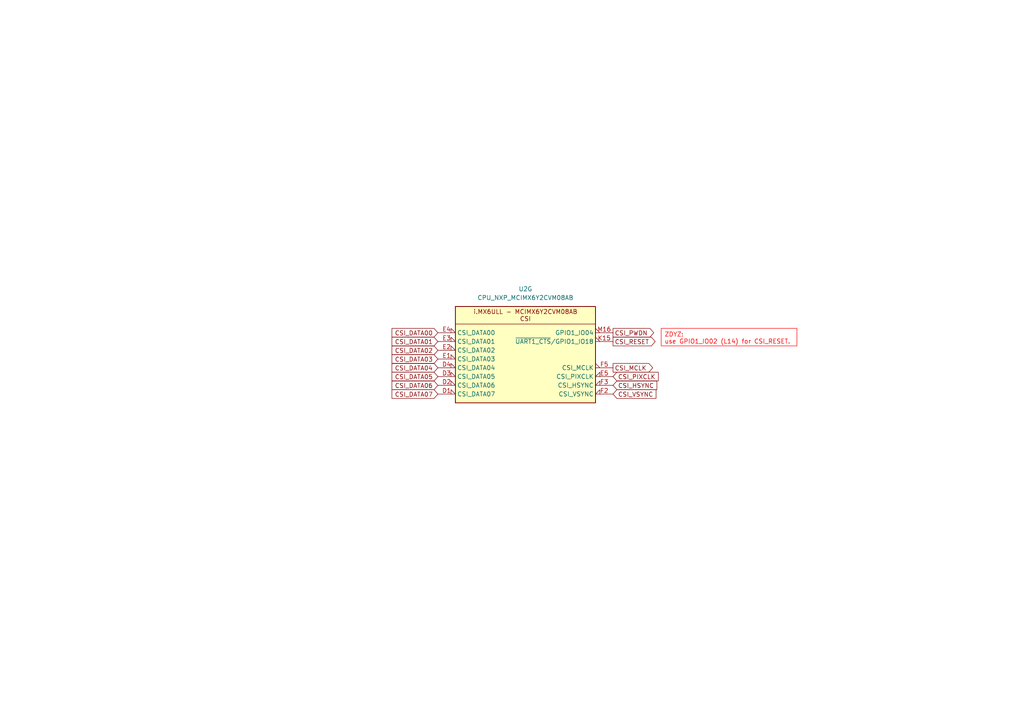
<source format=kicad_sch>
(kicad_sch
	(version 20231120)
	(generator "eeschema")
	(generator_version "8.0")
	(uuid "86e37b39-e892-4c99-a44a-c80297f348e3")
	(paper "A4")
	(title_block
		(title "i.MX6ULL Core - CSI")
		(date "2024-06-06")
		(rev "0.9.1")
	)
	(lib_symbols
		(symbol "i.MX6ULL_Core:CPU_NXP_MCIMX6Y2CVM08AB"
			(exclude_from_sim no)
			(in_bom yes)
			(on_board yes)
			(property "Reference" "U"
				(at 0 0 0)
				(effects
					(font
						(size 1.27 1.27)
					)
				)
			)
			(property "Value" "CPU_NXP_MCIMX6Y2CVM08AB"
				(at 0 54.61 0)
				(effects
					(font
						(size 1.27 1.27)
					)
				)
			)
			(property "Footprint" "i.MX6ULL_Core:NXP_BGA-289_14x14mm_Layout14x14_P0.8mm_Ball0.45mm_Pad0.4mm"
				(at 0 52.07 0)
				(effects
					(font
						(size 1.27 1.27)
					)
					(hide yes)
				)
			)
			(property "Datasheet" ""
				(at -29.21 -2.54 0)
				(effects
					(font
						(size 1.27 1.27)
					)
					(hide yes)
				)
			)
			(property "Description" ""
				(at -29.21 -2.54 0)
				(effects
					(font
						(size 1.27 1.27)
					)
					(hide yes)
				)
			)
			(property "ki_locked" ""
				(at 0 0 0)
				(effects
					(font
						(size 1.27 1.27)
					)
				)
			)
			(symbol "CPU_NXP_MCIMX6Y2CVM08AB_1_1"
				(unit_name "Unit A - PWR")
				(rectangle
					(start -20.32 44.45)
					(end 20.32 -44.45)
					(stroke
						(width 0.254)
						(type default)
					)
					(fill
						(type background)
					)
				)
				(polyline
					(pts
						(xy -20.32 -36.83) (xy 20.32 -36.83)
					)
					(stroke
						(width 0)
						(type default)
					)
					(fill
						(type none)
					)
				)
				(polyline
					(pts
						(xy -20.32 -27.94) (xy 20.32 -27.94)
					)
					(stroke
						(width 0)
						(type default)
					)
					(fill
						(type none)
					)
				)
				(polyline
					(pts
						(xy -20.32 -6.35) (xy 20.32 -6.35)
					)
					(stroke
						(width 0)
						(type default)
					)
					(fill
						(type none)
					)
				)
				(polyline
					(pts
						(xy -20.32 0) (xy 20.32 0)
					)
					(stroke
						(width 0)
						(type default)
					)
					(fill
						(type none)
					)
				)
				(polyline
					(pts
						(xy -20.32 8.89) (xy 20.32 8.89)
					)
					(stroke
						(width 0)
						(type default)
					)
					(fill
						(type none)
					)
				)
				(polyline
					(pts
						(xy -20.32 15.24) (xy 20.32 15.24)
					)
					(stroke
						(width 0)
						(type default)
					)
					(fill
						(type none)
					)
				)
				(polyline
					(pts
						(xy -20.32 24.13) (xy 20.32 24.13)
					)
					(stroke
						(width 0)
						(type default)
					)
					(fill
						(type none)
					)
				)
				(polyline
					(pts
						(xy -20.32 33.02) (xy 20.32 33.02)
					)
					(stroke
						(width 0)
						(type default)
					)
					(fill
						(type none)
					)
				)
				(polyline
					(pts
						(xy -20.32 39.37) (xy 20.32 39.37)
					)
					(stroke
						(width 0)
						(type default)
					)
					(fill
						(type none)
					)
				)
				(text "10pin"
					(at 5.08 20.32 0)
					(effects
						(font
							(size 1.27 1.27)
						)
						(justify right)
					)
				)
				(text "2pin"
					(at 5.08 29.21 0)
					(effects
						(font
							(size 1.27 1.27)
						)
						(justify right)
					)
				)
				(text "47pin"
					(at -15.24 -34.29 0)
					(effects
						(font
							(size 1.27 1.27)
						)
						(justify left)
					)
				)
				(text "4pin"
					(at 5.08 17.78 0)
					(effects
						(font
							(size 1.27 1.27)
						)
						(justify right)
					)
				)
				(text "6pin"
					(at -7.62 11.43 0)
					(effects
						(font
							(size 1.27 1.27)
						)
						(justify left)
					)
				)
				(text "6pin"
					(at -7.62 20.32 0)
					(effects
						(font
							(size 1.27 1.27)
						)
						(justify left)
					)
				)
				(text "ADC"
					(at 0 7.62 0)
					(effects
						(font
							(size 1.27 1.27)
						)
					)
				)
				(text "DRAM"
					(at 0 13.97 0)
					(effects
						(font
							(size 1.27 1.27)
						)
					)
				)
				(text "i.MX6ULL - MCIMX6Y2CVM08AB\nPWR"
					(at 0 41.91 0)
					(effects
						(font
							(size 1.27 1.27)
						)
					)
				)
				(text "LDO 2P5 1P1"
					(at 0 31.75 0)
					(effects
						(font
							(size 1.27 1.27)
						)
					)
				)
				(text private "NVCC_DRAM:\n	LPDDR2, 1.2V. DDR3L, 1.35V. DDR3, 1.5V\n\nNVCC_DRAM_2P5:\n	2.5V, Board-level connection to VDD_HIGH_CAP."
					(at 50.8 38.1 0)
					(effects
						(font
							(size 1.27 1.27)
						)
						(justify left top)
					)
				)
				(text "LDO ARM SOC"
					(at 0 22.86 0)
					(effects
						(font
							(size 1.27 1.27)
						)
					)
				)
				(text "LDO SNVS"
					(at 0 38.1 0)
					(effects
						(font
							(size 1.27 1.27)
						)
					)
				)
				(text "NVCC_xxx"
					(at 0 -7.62 0)
					(effects
						(font
							(size 1.27 1.27)
						)
					)
				)
				(text private "Total: 92 pins."
					(at -20.32 45.72 0)
					(effects
						(font
							(size 1.27 1.27)
						)
						(justify left)
					)
				)
				(text "Reserved"
					(at 0 -38.1 0)
					(effects
						(font
							(size 1.27 1.27)
						)
					)
				)
				(text "USB"
					(at 0 -1.27 0)
					(effects
						(font
							(size 1.27 1.27)
						)
					)
				)
				(text private "VDDA_ADC_3P3:\n	must be powered even\n	if the ADC is not used.\nADC_VREFH:\n	tied to VDDA_ADC_3P3.\n\nNGND_KEL0:\n	tied to GND.\n\nGPANIO:\n	reserved, unconnected."
					(at -76.2 38.1 0)
					(effects
						(font
							(size 1.27 1.27)
						)
						(justify left top)
					)
				)
				(text "VSS"
					(at 0 -29.21 0)
					(effects
						(font
							(size 1.27 1.27)
						)
					)
				)
				(pin power_in line
					(at -25.4 -34.29 0)
					(length 5.08)
					(name "VSS"
						(effects
							(font
								(size 1.27 1.27)
							)
						)
					)
					(number "A1"
						(effects
							(font
								(size 1.27 1.27)
							)
						)
					)
				)
				(pin passive line
					(at -25.4 -34.29 0)
					(length 5.08) hide
					(name "VSS"
						(effects
							(font
								(size 1.27 1.27)
							)
						)
					)
					(number "A17"
						(effects
							(font
								(size 1.27 1.27)
							)
						)
					)
				)
				(pin passive line
					(at -25.4 -34.29 0)
					(length 5.08) hide
					(name "VSS"
						(effects
							(font
								(size 1.27 1.27)
							)
						)
					)
					(number "C11"
						(effects
							(font
								(size 1.27 1.27)
							)
						)
					)
				)
				(pin passive line
					(at -25.4 -34.29 0)
					(length 5.08) hide
					(name "VSS"
						(effects
							(font
								(size 1.27 1.27)
							)
						)
					)
					(number "C15"
						(effects
							(font
								(size 1.27 1.27)
							)
						)
					)
				)
				(pin passive line
					(at -25.4 -34.29 0)
					(length 5.08) hide
					(name "VSS"
						(effects
							(font
								(size 1.27 1.27)
							)
						)
					)
					(number "C3"
						(effects
							(font
								(size 1.27 1.27)
							)
						)
					)
				)
				(pin power_in line
					(at -25.4 -15.24 0)
					(length 5.08)
					(name "NVCC_SD1"
						(effects
							(font
								(size 1.27 1.27)
							)
						)
					)
					(number "C4"
						(effects
							(font
								(size 1.27 1.27)
							)
						)
					)
				)
				(pin passive line
					(at -25.4 -34.29 0)
					(length 5.08) hide
					(name "VSS"
						(effects
							(font
								(size 1.27 1.27)
							)
						)
					)
					(number "C7"
						(effects
							(font
								(size 1.27 1.27)
							)
						)
					)
				)
				(pin passive line
					(at -25.4 -34.29 0)
					(length 5.08) hide
					(name "VSS"
						(effects
							(font
								(size 1.27 1.27)
							)
						)
					)
					(number "E11"
						(effects
							(font
								(size 1.27 1.27)
							)
						)
					)
				)
				(pin power_in line
					(at -25.4 -20.32 0)
					(length 5.08)
					(name "NVCC_LCD"
						(effects
							(font
								(size 1.27 1.27)
							)
						)
					)
					(number "E13"
						(effects
							(font
								(size 1.27 1.27)
							)
						)
					)
				)
				(pin power_in line
					(at -25.4 -17.78 0)
					(length 5.08)
					(name "NVCC_NAND"
						(effects
							(font
								(size 1.27 1.27)
							)
						)
					)
					(number "E7"
						(effects
							(font
								(size 1.27 1.27)
							)
						)
					)
				)
				(pin passive line
					(at -25.4 -34.29 0)
					(length 5.08) hide
					(name "VSS"
						(effects
							(font
								(size 1.27 1.27)
							)
						)
					)
					(number "E8"
						(effects
							(font
								(size 1.27 1.27)
							)
						)
					)
				)
				(pin passive line
					(at -25.4 -34.29 0)
					(length 5.08) hide
					(name "VSS"
						(effects
							(font
								(size 1.27 1.27)
							)
						)
					)
					(number "F10"
						(effects
							(font
								(size 1.27 1.27)
							)
						)
					)
				)
				(pin passive line
					(at -25.4 -34.29 0)
					(length 5.08) hide
					(name "VSS"
						(effects
							(font
								(size 1.27 1.27)
							)
						)
					)
					(number "F11"
						(effects
							(font
								(size 1.27 1.27)
							)
						)
					)
				)
				(pin passive line
					(at -25.4 -34.29 0)
					(length 5.08) hide
					(name "VSS"
						(effects
							(font
								(size 1.27 1.27)
							)
						)
					)
					(number "F12"
						(effects
							(font
								(size 1.27 1.27)
							)
						)
					)
				)
				(pin power_in line
					(at -25.4 -22.86 0)
					(length 5.08)
					(name "NVCC_ENET"
						(effects
							(font
								(size 1.27 1.27)
							)
						)
					)
					(number "F13"
						(effects
							(font
								(size 1.27 1.27)
							)
						)
					)
				)
				(pin power_in line
					(at -25.4 -25.4 0)
					(length 5.08)
					(name "NVCC_CSI"
						(effects
							(font
								(size 1.27 1.27)
							)
						)
					)
					(number "F4"
						(effects
							(font
								(size 1.27 1.27)
							)
						)
					)
				)
				(pin passive line
					(at -25.4 -34.29 0)
					(length 5.08) hide
					(name "VSS"
						(effects
							(font
								(size 1.27 1.27)
							)
						)
					)
					(number "F6"
						(effects
							(font
								(size 1.27 1.27)
							)
						)
					)
				)
				(pin passive line
					(at -25.4 -34.29 0)
					(length 5.08) hide
					(name "VSS"
						(effects
							(font
								(size 1.27 1.27)
							)
						)
					)
					(number "F7"
						(effects
							(font
								(size 1.27 1.27)
							)
						)
					)
				)
				(pin passive line
					(at -25.4 -34.29 0)
					(length 5.08) hide
					(name "VSS"
						(effects
							(font
								(size 1.27 1.27)
							)
						)
					)
					(number "F8"
						(effects
							(font
								(size 1.27 1.27)
							)
						)
					)
				)
				(pin passive line
					(at -25.4 -34.29 0)
					(length 5.08) hide
					(name "VSS"
						(effects
							(font
								(size 1.27 1.27)
							)
						)
					)
					(number "F9"
						(effects
							(font
								(size 1.27 1.27)
							)
						)
					)
				)
				(pin passive line
					(at 25.4 17.78 180)
					(length 5.08) hide
					(name "VDD_ARM_CAP"
						(effects
							(font
								(size 1.27 1.27)
							)
						)
					)
					(number "G10"
						(effects
							(font
								(size 1.27 1.27)
							)
						)
					)
				)
				(pin passive line
					(at 25.4 17.78 180)
					(length 5.08) hide
					(name "VDD_ARM_CAP"
						(effects
							(font
								(size 1.27 1.27)
							)
						)
					)
					(number "G11"
						(effects
							(font
								(size 1.27 1.27)
							)
						)
					)
				)
				(pin passive line
					(at -25.4 -34.29 0)
					(length 5.08) hide
					(name "VSS"
						(effects
							(font
								(size 1.27 1.27)
							)
						)
					)
					(number "G12"
						(effects
							(font
								(size 1.27 1.27)
							)
						)
					)
				)
				(pin passive line
					(at -25.4 -34.29 0)
					(length 5.08) hide
					(name "VSS"
						(effects
							(font
								(size 1.27 1.27)
							)
						)
					)
					(number "G15"
						(effects
							(font
								(size 1.27 1.27)
							)
						)
					)
				)
				(pin passive line
					(at -25.4 -34.29 0)
					(length 5.08) hide
					(name "VSS"
						(effects
							(font
								(size 1.27 1.27)
							)
						)
					)
					(number "G3"
						(effects
							(font
								(size 1.27 1.27)
							)
						)
					)
				)
				(pin passive line
					(at -25.4 -34.29 0)
					(length 5.08) hide
					(name "VSS"
						(effects
							(font
								(size 1.27 1.27)
							)
						)
					)
					(number "G5"
						(effects
							(font
								(size 1.27 1.27)
							)
						)
					)
				)
				(pin power_in line
					(at -25.4 11.43 0)
					(length 5.08)
					(name "NVCC_DRAM"
						(effects
							(font
								(size 1.27 1.27)
							)
						)
					)
					(number "G6"
						(effects
							(font
								(size 1.27 1.27)
							)
						)
					)
				)
				(pin passive line
					(at -25.4 -34.29 0)
					(length 5.08) hide
					(name "VSS"
						(effects
							(font
								(size 1.27 1.27)
							)
						)
					)
					(number "G7"
						(effects
							(font
								(size 1.27 1.27)
							)
						)
					)
				)
				(pin power_out line
					(at 25.4 20.32 180)
					(length 5.08)
					(name "VDD_SOC_CAP"
						(effects
							(font
								(size 1.27 1.27)
							)
						)
					)
					(number "G8"
						(effects
							(font
								(size 1.27 1.27)
							)
						)
					)
				)
				(pin power_out line
					(at 25.4 17.78 180)
					(length 5.08)
					(name "VDD_ARM_CAP"
						(effects
							(font
								(size 1.27 1.27)
							)
						)
					)
					(number "G9"
						(effects
							(font
								(size 1.27 1.27)
							)
						)
					)
				)
				(pin passive line
					(at -25.4 20.32 0)
					(length 5.08) hide
					(name "VDD_SOC_IN"
						(effects
							(font
								(size 1.27 1.27)
							)
						)
					)
					(number "H10"
						(effects
							(font
								(size 1.27 1.27)
							)
						)
					)
				)
				(pin passive line
					(at 25.4 17.78 180)
					(length 5.08) hide
					(name "VDD_ARM_CAP"
						(effects
							(font
								(size 1.27 1.27)
							)
						)
					)
					(number "H11"
						(effects
							(font
								(size 1.27 1.27)
							)
						)
					)
				)
				(pin passive line
					(at -25.4 -34.29 0)
					(length 5.08) hide
					(name "VSS"
						(effects
							(font
								(size 1.27 1.27)
							)
						)
					)
					(number "H12"
						(effects
							(font
								(size 1.27 1.27)
							)
						)
					)
				)
				(pin power_in line
					(at -25.4 -10.16 0)
					(length 5.08)
					(name "NVCC_UART"
						(effects
							(font
								(size 1.27 1.27)
							)
						)
					)
					(number "H13"
						(effects
							(font
								(size 1.27 1.27)
							)
						)
					)
				)
				(pin passive line
					(at -25.4 11.43 0)
					(length 5.08) hide
					(name "NVCC_DRAM"
						(effects
							(font
								(size 1.27 1.27)
							)
						)
					)
					(number "H6"
						(effects
							(font
								(size 1.27 1.27)
							)
						)
					)
				)
				(pin passive line
					(at -25.4 -34.29 0)
					(length 5.08) hide
					(name "VSS"
						(effects
							(font
								(size 1.27 1.27)
							)
						)
					)
					(number "H7"
						(effects
							(font
								(size 1.27 1.27)
							)
						)
					)
				)
				(pin passive line
					(at 25.4 20.32 180)
					(length 5.08) hide
					(name "VDD_SOC_CAP"
						(effects
							(font
								(size 1.27 1.27)
							)
						)
					)
					(number "H8"
						(effects
							(font
								(size 1.27 1.27)
							)
						)
					)
				)
				(pin power_in line
					(at -25.4 20.32 0)
					(length 5.08)
					(name "VDD_SOC_IN"
						(effects
							(font
								(size 1.27 1.27)
							)
						)
					)
					(number "H9"
						(effects
							(font
								(size 1.27 1.27)
							)
						)
					)
				)
				(pin passive line
					(at -25.4 20.32 0)
					(length 5.08) hide
					(name "VDD_SOC_IN"
						(effects
							(font
								(size 1.27 1.27)
							)
						)
					)
					(number "J10"
						(effects
							(font
								(size 1.27 1.27)
							)
						)
					)
				)
				(pin passive line
					(at 25.4 20.32 180)
					(length 5.08) hide
					(name "VDD_SOC_CAP"
						(effects
							(font
								(size 1.27 1.27)
							)
						)
					)
					(number "J11"
						(effects
							(font
								(size 1.27 1.27)
							)
						)
					)
				)
				(pin passive line
					(at -25.4 -34.29 0)
					(length 5.08) hide
					(name "VSS"
						(effects
							(font
								(size 1.27 1.27)
							)
						)
					)
					(number "J12"
						(effects
							(font
								(size 1.27 1.27)
							)
						)
					)
				)
				(pin power_in line
					(at -25.4 -12.7 0)
					(length 5.08)
					(name "NVCC_GPIO"
						(effects
							(font
								(size 1.27 1.27)
							)
						)
					)
					(number "J13"
						(effects
							(font
								(size 1.27 1.27)
							)
						)
					)
				)
				(pin passive line
					(at -25.4 -34.29 0)
					(length 5.08) hide
					(name "VSS"
						(effects
							(font
								(size 1.27 1.27)
							)
						)
					)
					(number "J5"
						(effects
							(font
								(size 1.27 1.27)
							)
						)
					)
				)
				(pin passive line
					(at -25.4 11.43 0)
					(length 5.08) hide
					(name "NVCC_DRAM"
						(effects
							(font
								(size 1.27 1.27)
							)
						)
					)
					(number "J6"
						(effects
							(font
								(size 1.27 1.27)
							)
						)
					)
				)
				(pin passive line
					(at -25.4 -34.29 0)
					(length 5.08) hide
					(name "VSS"
						(effects
							(font
								(size 1.27 1.27)
							)
						)
					)
					(number "J7"
						(effects
							(font
								(size 1.27 1.27)
							)
						)
					)
				)
				(pin passive line
					(at 25.4 20.32 180)
					(length 5.08) hide
					(name "VDD_SOC_CAP"
						(effects
							(font
								(size 1.27 1.27)
							)
						)
					)
					(number "J8"
						(effects
							(font
								(size 1.27 1.27)
							)
						)
					)
				)
				(pin passive line
					(at -25.4 20.32 0)
					(length 5.08) hide
					(name "VDD_SOC_IN"
						(effects
							(font
								(size 1.27 1.27)
							)
						)
					)
					(number "J9"
						(effects
							(font
								(size 1.27 1.27)
							)
						)
					)
				)
				(pin passive line
					(at -25.4 20.32 0)
					(length 5.08) hide
					(name "VDD_SOC_IN"
						(effects
							(font
								(size 1.27 1.27)
							)
						)
					)
					(number "K10"
						(effects
							(font
								(size 1.27 1.27)
							)
						)
					)
				)
				(pin passive line
					(at 25.4 20.32 180)
					(length 5.08) hide
					(name "VDD_SOC_CAP"
						(effects
							(font
								(size 1.27 1.27)
							)
						)
					)
					(number "K11"
						(effects
							(font
								(size 1.27 1.27)
							)
						)
					)
				)
				(pin passive line
					(at -25.4 -34.29 0)
					(length 5.08) hide
					(name "VSS"
						(effects
							(font
								(size 1.27 1.27)
							)
						)
					)
					(number "K12"
						(effects
							(font
								(size 1.27 1.27)
							)
						)
					)
				)
				(pin passive line
					(at -25.4 11.43 0)
					(length 5.08) hide
					(name "NVCC_DRAM"
						(effects
							(font
								(size 1.27 1.27)
							)
						)
					)
					(number "K6"
						(effects
							(font
								(size 1.27 1.27)
							)
						)
					)
				)
				(pin passive line
					(at -25.4 -34.29 0)
					(length 5.08) hide
					(name "VSS"
						(effects
							(font
								(size 1.27 1.27)
							)
						)
					)
					(number "K7"
						(effects
							(font
								(size 1.27 1.27)
							)
						)
					)
				)
				(pin passive line
					(at 25.4 20.32 180)
					(length 5.08) hide
					(name "VDD_SOC_CAP"
						(effects
							(font
								(size 1.27 1.27)
							)
						)
					)
					(number "K8"
						(effects
							(font
								(size 1.27 1.27)
							)
						)
					)
				)
				(pin passive line
					(at -25.4 20.32 0)
					(length 5.08) hide
					(name "VDD_SOC_IN"
						(effects
							(font
								(size 1.27 1.27)
							)
						)
					)
					(number "K9"
						(effects
							(font
								(size 1.27 1.27)
							)
						)
					)
				)
				(pin passive line
					(at 25.4 20.32 180)
					(length 5.08) hide
					(name "VDD_SOC_CAP"
						(effects
							(font
								(size 1.27 1.27)
							)
						)
					)
					(number "L10"
						(effects
							(font
								(size 1.27 1.27)
							)
						)
					)
				)
				(pin passive line
					(at 25.4 20.32 180)
					(length 5.08) hide
					(name "VDD_SOC_CAP"
						(effects
							(font
								(size 1.27 1.27)
							)
						)
					)
					(number "L11"
						(effects
							(font
								(size 1.27 1.27)
							)
						)
					)
				)
				(pin passive line
					(at -25.4 -34.29 0)
					(length 5.08) hide
					(name "VSS"
						(effects
							(font
								(size 1.27 1.27)
							)
						)
					)
					(number "L12"
						(effects
							(font
								(size 1.27 1.27)
							)
						)
					)
				)
				(pin power_in line
					(at -25.4 5.08 0)
					(length 5.08)
					(name "VDDA_ADC_3P3"
						(effects
							(font
								(size 1.27 1.27)
							)
						)
					)
					(number "L13"
						(effects
							(font
								(size 1.27 1.27)
							)
						)
					)
				)
				(pin passive line
					(at -25.4 -34.29 0)
					(length 5.08) hide
					(name "VSS"
						(effects
							(font
								(size 1.27 1.27)
							)
						)
					)
					(number "L3"
						(effects
							(font
								(size 1.27 1.27)
							)
						)
					)
				)
				(pin passive line
					(at -25.4 11.43 0)
					(length 5.08) hide
					(name "NVCC_DRAM"
						(effects
							(font
								(size 1.27 1.27)
							)
						)
					)
					(number "L6"
						(effects
							(font
								(size 1.27 1.27)
							)
						)
					)
				)
				(pin passive line
					(at -25.4 -34.29 0)
					(length 5.08) hide
					(name "VSS"
						(effects
							(font
								(size 1.27 1.27)
							)
						)
					)
					(number "L7"
						(effects
							(font
								(size 1.27 1.27)
							)
						)
					)
				)
				(pin passive line
					(at 25.4 20.32 180)
					(length 5.08) hide
					(name "VDD_SOC_CAP"
						(effects
							(font
								(size 1.27 1.27)
							)
						)
					)
					(number "L8"
						(effects
							(font
								(size 1.27 1.27)
							)
						)
					)
				)
				(pin passive line
					(at 25.4 20.32 180)
					(length 5.08) hide
					(name "VDD_SOC_CAP"
						(effects
							(font
								(size 1.27 1.27)
							)
						)
					)
					(number "L9"
						(effects
							(font
								(size 1.27 1.27)
							)
						)
					)
				)
				(pin passive line
					(at -25.4 -34.29 0)
					(length 5.08) hide
					(name "VSS"
						(effects
							(font
								(size 1.27 1.27)
							)
						)
					)
					(number "M10"
						(effects
							(font
								(size 1.27 1.27)
							)
						)
					)
				)
				(pin passive line
					(at -25.4 -34.29 0)
					(length 5.08) hide
					(name "VSS"
						(effects
							(font
								(size 1.27 1.27)
							)
						)
					)
					(number "M11"
						(effects
							(font
								(size 1.27 1.27)
							)
						)
					)
				)
				(pin power_in line
					(at -25.4 -31.75 0)
					(length 5.08)
					(name "NGND_KEL0"
						(effects
							(font
								(size 1.27 1.27)
							)
						)
					)
					(number "M12"
						(effects
							(font
								(size 1.27 1.27)
							)
						)
					)
				)
				(pin power_in line
					(at -25.4 2.54 0)
					(length 5.08)
					(name "ADC_VREFH"
						(effects
							(font
								(size 1.27 1.27)
							)
						)
					)
					(number "M13"
						(effects
							(font
								(size 1.27 1.27)
							)
						)
					)
				)
				(pin passive line
					(at -25.4 11.43 0)
					(length 5.08) hide
					(name "NVCC_DRAM"
						(effects
							(font
								(size 1.27 1.27)
							)
						)
					)
					(number "M6"
						(effects
							(font
								(size 1.27 1.27)
							)
						)
					)
				)
				(pin passive line
					(at -25.4 -34.29 0)
					(length 5.08) hide
					(name "VSS"
						(effects
							(font
								(size 1.27 1.27)
							)
						)
					)
					(number "M7"
						(effects
							(font
								(size 1.27 1.27)
							)
						)
					)
				)
				(pin passive line
					(at -25.4 -34.29 0)
					(length 5.08) hide
					(name "VSS"
						(effects
							(font
								(size 1.27 1.27)
							)
						)
					)
					(number "M8"
						(effects
							(font
								(size 1.27 1.27)
							)
						)
					)
				)
				(pin passive line
					(at -25.4 -34.29 0)
					(length 5.08) hide
					(name "VSS"
						(effects
							(font
								(size 1.27 1.27)
							)
						)
					)
					(number "M9"
						(effects
							(font
								(size 1.27 1.27)
							)
						)
					)
				)
				(pin power_out line
					(at 25.4 35.56 180)
					(length 5.08)
					(name "VDD_SNVS_CAP"
						(effects
							(font
								(size 1.27 1.27)
							)
						)
					)
					(number "N12"
						(effects
							(font
								(size 1.27 1.27)
							)
						)
					)
				)
				(pin power_in line
					(at -25.4 29.21 0)
					(length 5.08)
					(name "VDD_HIGH_IN"
						(effects
							(font
								(size 1.27 1.27)
							)
						)
					)
					(number "N13"
						(effects
							(font
								(size 1.27 1.27)
							)
						)
					)
				)
				(pin passive line
					(at -25.4 -34.29 0)
					(length 5.08) hide
					(name "VSS"
						(effects
							(font
								(size 1.27 1.27)
							)
						)
					)
					(number "N3"
						(effects
							(font
								(size 1.27 1.27)
							)
						)
					)
				)
				(pin passive line
					(at -25.4 -34.29 0)
					(length 5.08) hide
					(name "VSS"
						(effects
							(font
								(size 1.27 1.27)
							)
						)
					)
					(number "N5"
						(effects
							(font
								(size 1.27 1.27)
							)
						)
					)
				)
				(pin power_in line
					(at 25.4 11.43 180)
					(length 5.08)
					(name "NVCC_DRAM_2P5"
						(effects
							(font
								(size 1.27 1.27)
							)
						)
					)
					(number "N6"
						(effects
							(font
								(size 1.27 1.27)
							)
						)
					)
				)
				(pin power_in line
					(at -25.4 35.56 0)
					(length 5.08)
					(name "VDD_SNVS_IN"
						(effects
							(font
								(size 1.27 1.27)
							)
						)
					)
					(number "P12"
						(effects
							(font
								(size 1.27 1.27)
							)
						)
					)
				)
				(pin power_out line
					(at 25.4 26.67 180)
					(length 5.08)
					(name "NVCC_PLL"
						(effects
							(font
								(size 1.27 1.27)
							)
						)
					)
					(number "P13"
						(effects
							(font
								(size 1.27 1.27)
							)
						)
					)
				)
				(pin passive line
					(at -25.4 -34.29 0)
					(length 5.08) hide
					(name "VSS"
						(effects
							(font
								(size 1.27 1.27)
							)
						)
					)
					(number "R11"
						(effects
							(font
								(size 1.27 1.27)
							)
						)
					)
				)
				(pin power_out line
					(at 25.4 -3.81 180)
					(length 5.08)
					(name "VDD_USB_CAP"
						(effects
							(font
								(size 1.27 1.27)
							)
						)
					)
					(number "R12"
						(effects
							(font
								(size 1.27 1.27)
							)
						)
					)
				)
				(pin no_connect line
					(at -25.4 -40.64 0)
					(length 5.08)
					(name "GPANAIO"
						(effects
							(font
								(size 1.27 1.27)
							)
						)
					)
					(number "R13"
						(effects
							(font
								(size 1.27 1.27)
							)
						)
					)
				)
				(pin power_out line
					(at 25.4 29.21 180)
					(length 5.08)
					(name "VDD_HIGH_CAP"
						(effects
							(font
								(size 1.27 1.27)
							)
						)
					)
					(number "R14"
						(effects
							(font
								(size 1.27 1.27)
							)
						)
					)
				)
				(pin passive line
					(at 25.4 29.21 180)
					(length 5.08) hide
					(name "VDD_HIGH_CAP"
						(effects
							(font
								(size 1.27 1.27)
							)
						)
					)
					(number "R15"
						(effects
							(font
								(size 1.27 1.27)
							)
						)
					)
				)
				(pin passive line
					(at -25.4 -34.29 0)
					(length 5.08) hide
					(name "VSS"
						(effects
							(font
								(size 1.27 1.27)
							)
						)
					)
					(number "R16"
						(effects
							(font
								(size 1.27 1.27)
							)
						)
					)
				)
				(pin passive line
					(at -25.4 -34.29 0)
					(length 5.08) hide
					(name "VSS"
						(effects
							(font
								(size 1.27 1.27)
							)
						)
					)
					(number "R17"
						(effects
							(font
								(size 1.27 1.27)
							)
						)
					)
				)
				(pin passive line
					(at -25.4 -34.29 0)
					(length 5.08) hide
					(name "VSS"
						(effects
							(font
								(size 1.27 1.27)
							)
						)
					)
					(number "R3"
						(effects
							(font
								(size 1.27 1.27)
							)
						)
					)
				)
				(pin passive line
					(at -25.4 -34.29 0)
					(length 5.08) hide
					(name "VSS"
						(effects
							(font
								(size 1.27 1.27)
							)
						)
					)
					(number "R5"
						(effects
							(font
								(size 1.27 1.27)
							)
						)
					)
				)
				(pin passive line
					(at -25.4 -34.29 0)
					(length 5.08) hide
					(name "VSS"
						(effects
							(font
								(size 1.27 1.27)
							)
						)
					)
					(number "R7"
						(effects
							(font
								(size 1.27 1.27)
							)
						)
					)
				)
				(pin passive line
					(at -25.4 -34.29 0)
					(length 5.08) hide
					(name "VSS"
						(effects
							(font
								(size 1.27 1.27)
							)
						)
					)
					(number "T14"
						(effects
							(font
								(size 1.27 1.27)
							)
						)
					)
				)
				(pin passive line
					(at -25.4 -34.29 0)
					(length 5.08) hide
					(name "VSS"
						(effects
							(font
								(size 1.27 1.27)
							)
						)
					)
					(number "U1"
						(effects
							(font
								(size 1.27 1.27)
							)
						)
					)
				)
				(pin passive line
					(at -25.4 -34.29 0)
					(length 5.08) hide
					(name "VSS"
						(effects
							(font
								(size 1.27 1.27)
							)
						)
					)
					(number "U14"
						(effects
							(font
								(size 1.27 1.27)
							)
						)
					)
				)
				(pin passive line
					(at -25.4 -34.29 0)
					(length 5.08) hide
					(name "VSS"
						(effects
							(font
								(size 1.27 1.27)
							)
						)
					)
					(number "U17"
						(effects
							(font
								(size 1.27 1.27)
							)
						)
					)
				)
			)
			(symbol "CPU_NXP_MCIMX6Y2CVM08AB_2_1"
				(unit_name "Unit B - OSC/BOOT")
				(rectangle
					(start -20.32 22.86)
					(end 20.32 -22.86)
					(stroke
						(width 0.254)
						(type default)
					)
					(fill
						(type background)
					)
				)
				(polyline
					(pts
						(xy -20.32 -16.51) (xy 20.32 -16.51)
					)
					(stroke
						(width 0)
						(type default)
					)
					(fill
						(type none)
					)
				)
				(polyline
					(pts
						(xy -20.32 -7.62) (xy 20.32 -7.62)
					)
					(stroke
						(width 0)
						(type default)
					)
					(fill
						(type none)
					)
				)
				(polyline
					(pts
						(xy -20.32 1.27) (xy 20.32 1.27)
					)
					(stroke
						(width 0)
						(type default)
					)
					(fill
						(type none)
					)
				)
				(polyline
					(pts
						(xy -20.32 17.78) (xy 20.32 17.78)
					)
					(stroke
						(width 0)
						(type default)
					)
					(fill
						(type none)
					)
				)
				(text private "CCM_CLK1_P, CCM_CLK1_N:\n	unconnected if not used.\n\n~{POR}:\n	internal 100k pull up.\nONOFF:\n	internal 100k pull up, pull down to reset chip."
					(at 38.1 12.7 0)
					(effects
						(font
							(size 1.27 1.27)
						)
						(justify left top)
					)
				)
				(text "BOOT"
					(at 0 0 0)
					(effects
						(font
							(size 1.27 1.27)
						)
					)
				)
				(text "i.MX6ULL - MCIMX6Y2CVM08AB\nOSC/BOOT"
					(at 0 20.32 0)
					(effects
						(font
							(size 1.27 1.27)
						)
					)
				)
				(text "OSC"
					(at 0 16.51 0)
					(effects
						(font
							(size 1.27 1.27)
						)
					)
				)
				(text private "Total: 13 pins."
					(at -20.32 24.13 0)
					(effects
						(font
							(size 1.27 1.27)
						)
						(justify left)
					)
				)
				(text private "XTALI, XTALO:\n	24MHz.\nRTC_XTALI, RTC_XTALO:\n	32.768kHz.\n\nBOOT_MODE1,BOOT_MODE0:\n	internal 100k pull down.\n00: efuse.\n01: serial download.\n10: internal boot.\n11: reserved.\n\nTEST_MODE:\n	reserved,\n	unconnected or tied to GND."
					(at -76.2 12.7 0)
					(effects
						(font
							(size 1.27 1.27)
						)
						(justify left top)
					)
				)
				(text "Reserved"
					(at 0 -17.78 0)
					(effects
						(font
							(size 1.27 1.27)
						)
					)
				)
				(text "SNVS/CCM"
					(at 0 -8.89 0)
					(effects
						(font
							(size 1.27 1.27)
						)
					)
				)
				(pin no_connect line
					(at -25.4 -20.32 0)
					(length 5.08)
					(name "TEST_MODE"
						(effects
							(font
								(size 1.27 1.27)
							)
						)
					)
					(number "N7"
						(effects
							(font
								(size 1.27 1.27)
							)
						)
					)
				)
				(pin output output_low
					(at 25.4 11.43 180)
					(length 5.08)
					(name "CCM_CLK1_N"
						(effects
							(font
								(size 1.27 1.27)
							)
						)
					)
					(number "P16"
						(effects
							(font
								(size 1.27 1.27)
							)
						)
					)
				)
				(pin input input_low
					(at 25.4 13.97 180)
					(length 5.08)
					(name "CCM_CLK1_P"
						(effects
							(font
								(size 1.27 1.27)
							)
						)
					)
					(number "P17"
						(effects
							(font
								(size 1.27 1.27)
							)
						)
					)
				)
				(pin input input_low
					(at 25.4 -2.54 180)
					(length 5.08)
					(name "~{POR}"
						(effects
							(font
								(size 1.27 1.27)
							)
						)
					)
					(number "P8"
						(effects
							(font
								(size 1.27 1.27)
							)
						)
					)
				)
				(pin input input_low
					(at 25.4 -5.08 180)
					(length 5.08)
					(name "ONOFF"
						(effects
							(font
								(size 1.27 1.27)
							)
						)
					)
					(number "R8"
						(effects
							(font
								(size 1.27 1.27)
							)
						)
					)
				)
				(pin input input_low
					(at -25.4 -5.08 0)
					(length 5.08)
					(name "BOOT_MODE0"
						(effects
							(font
								(size 1.27 1.27)
							)
						)
					)
					(number "T10"
						(effects
							(font
								(size 1.27 1.27)
							)
						)
					)
				)
				(pin input input_low
					(at -25.4 6.35 0)
					(length 5.08)
					(name "RTC_XTALI"
						(effects
							(font
								(size 1.27 1.27)
							)
						)
					)
					(number "T11"
						(effects
							(font
								(size 1.27 1.27)
							)
						)
					)
				)
				(pin input input_low
					(at -25.4 13.97 0)
					(length 5.08)
					(name "XTALI"
						(effects
							(font
								(size 1.27 1.27)
							)
						)
					)
					(number "T16"
						(effects
							(font
								(size 1.27 1.27)
							)
						)
					)
				)
				(pin output output_low
					(at -25.4 11.43 0)
					(length 5.08)
					(name "XTALO"
						(effects
							(font
								(size 1.27 1.27)
							)
						)
					)
					(number "T17"
						(effects
							(font
								(size 1.27 1.27)
							)
						)
					)
				)
				(pin output output_low
					(at -25.4 -11.43 0)
					(length 5.08)
					(name "SNVS_PMIC_ON_REQ"
						(effects
							(font
								(size 1.27 1.27)
							)
						)
					)
					(number "T9"
						(effects
							(font
								(size 1.27 1.27)
							)
						)
					)
				)
				(pin input input_low
					(at -25.4 -2.54 0)
					(length 5.08)
					(name "BOOT_MODE1"
						(effects
							(font
								(size 1.27 1.27)
							)
						)
					)
					(number "U10"
						(effects
							(font
								(size 1.27 1.27)
							)
						)
					)
				)
				(pin output output_low
					(at -25.4 3.81 0)
					(length 5.08)
					(name "RTC_XTALO"
						(effects
							(font
								(size 1.27 1.27)
							)
						)
					)
					(number "U11"
						(effects
							(font
								(size 1.27 1.27)
							)
						)
					)
				)
				(pin output output_low
					(at -25.4 -13.97 0)
					(length 5.08)
					(name "CCM_PMIC_STBY_REQ"
						(effects
							(font
								(size 1.27 1.27)
							)
						)
					)
					(number "U9"
						(effects
							(font
								(size 1.27 1.27)
							)
						)
					)
				)
			)
			(symbol "CPU_NXP_MCIMX6Y2CVM08AB_3_1"
				(unit_name "Unit C - DRAM")
				(rectangle
					(start -20.32 46.99)
					(end 20.32 -46.99)
					(stroke
						(width 0.254)
						(type default)
					)
					(fill
						(type background)
					)
				)
				(polyline
					(pts
						(xy -20.32 41.91) (xy 20.32 41.91)
					)
					(stroke
						(width 0)
						(type default)
					)
					(fill
						(type none)
					)
				)
				(text private "DRAM_VREF:\n	must be half of NVCC_DRAM.\n	Use a 1 kohm 0.5% resistor to GND and a 1 kohm 0.5%\n	resistor to NVCC_DRAM. Shunt each resistor with a\n	closely-mounted 0.1 uF capacitor."
					(at -101.6 38.1 0)
					(effects
						(font
							(size 1.27 1.27)
						)
						(justify left top)
					)
				)
				(text private "Total: 55 pins."
					(at -20.32 48.26 0)
					(effects
						(font
							(size 1.27 1.27)
						)
						(justify left)
					)
				)
				(text "i.MX6ULL - MCIMX6Y2CVM08AB\nDRAM"
					(at 0 44.45 0)
					(effects
						(font
							(size 1.27 1.27)
						)
					)
				)
				(pin output output_low
					(at 25.4 24.13 180)
					(length 5.08)
					(name "DRAM_ODT1"
						(effects
							(font
								(size 1.27 1.27)
							)
						)
					)
					(number "F1"
						(effects
							(font
								(size 1.27 1.27)
							)
						)
					)
				)
				(pin output output_low
					(at -25.4 -24.13 0)
					(length 5.08)
					(name "DRAM_ADDR14"
						(effects
							(font
								(size 1.27 1.27)
							)
						)
					)
					(number "G1"
						(effects
							(font
								(size 1.27 1.27)
							)
						)
					)
				)
				(pin output output_low
					(at -25.4 -1.27 0)
					(length 5.08)
					(name "DRAM_ADDR06"
						(effects
							(font
								(size 1.27 1.27)
							)
						)
					)
					(number "G2"
						(effects
							(font
								(size 1.27 1.27)
							)
						)
					)
				)
				(pin output output_low
					(at -25.4 29.21 0)
					(length 5.08)
					(name "DRAM_RESET"
						(effects
							(font
								(size 1.27 1.27)
							)
						)
					)
					(number "G4"
						(effects
							(font
								(size 1.27 1.27)
							)
						)
					)
				)
				(pin output output_low
					(at -25.4 -34.29 0)
					(length 5.08)
					(name "DRAM_SDBA1"
						(effects
							(font
								(size 1.27 1.27)
							)
						)
					)
					(number "H1"
						(effects
							(font
								(size 1.27 1.27)
							)
						)
					)
				)
				(pin output output_low
					(at -25.4 11.43 0)
					(length 5.08)
					(name "DRAM_ADDR01"
						(effects
							(font
								(size 1.27 1.27)
							)
						)
					)
					(number "H2"
						(effects
							(font
								(size 1.27 1.27)
							)
						)
					)
				)
				(pin output output_low
					(at -25.4 -21.59 0)
					(length 5.08)
					(name "DRAM_ADDR13"
						(effects
							(font
								(size 1.27 1.27)
							)
						)
					)
					(number "H3"
						(effects
							(font
								(size 1.27 1.27)
							)
						)
					)
				)
				(pin output output_low
					(at -25.4 -3.81 0)
					(length 5.08)
					(name "DRAM_ADDR07"
						(effects
							(font
								(size 1.27 1.27)
							)
						)
					)
					(number "H4"
						(effects
							(font
								(size 1.27 1.27)
							)
						)
					)
				)
				(pin output output_low
					(at -25.4 31.75 0)
					(length 5.08)
					(name "~{DRAM_CS1}"
						(effects
							(font
								(size 1.27 1.27)
							)
						)
					)
					(number "H5"
						(effects
							(font
								(size 1.27 1.27)
							)
						)
					)
				)
				(pin output output_low
					(at 25.4 29.21 180)
					(length 5.08)
					(name "~{DRAM_SDWE}"
						(effects
							(font
								(size 1.27 1.27)
							)
						)
					)
					(number "J1"
						(effects
							(font
								(size 1.27 1.27)
							)
						)
					)
				)
				(pin output output_low
					(at 25.4 31.75 180)
					(length 5.08)
					(name "~{DRAM_CAS}"
						(effects
							(font
								(size 1.27 1.27)
							)
						)
					)
					(number "J2"
						(effects
							(font
								(size 1.27 1.27)
							)
						)
					)
				)
				(pin output output_low
					(at -25.4 24.13 0)
					(length 5.08)
					(name "DRAM_SDCKE1"
						(effects
							(font
								(size 1.27 1.27)
							)
						)
					)
					(number "J3"
						(effects
							(font
								(size 1.27 1.27)
							)
						)
					)
				)
				(pin output output_low
					(at -25.4 -8.89 0)
					(length 5.08)
					(name "DRAM_ADDR08"
						(effects
							(font
								(size 1.27 1.27)
							)
						)
					)
					(number "J4"
						(effects
							(font
								(size 1.27 1.27)
							)
						)
					)
				)
				(pin output output_low
					(at -25.4 8.89 0)
					(length 5.08)
					(name "DRAM_ADDR02"
						(effects
							(font
								(size 1.27 1.27)
							)
						)
					)
					(number "K1"
						(effects
							(font
								(size 1.27 1.27)
							)
						)
					)
				)
				(pin output output_low
					(at -25.4 -36.83 0)
					(length 5.08)
					(name "DRAM_SDBA2"
						(effects
							(font
								(size 1.27 1.27)
							)
						)
					)
					(number "K2"
						(effects
							(font
								(size 1.27 1.27)
							)
						)
					)
				)
				(pin output output_low
					(at -25.4 -16.51 0)
					(length 5.08)
					(name "DRAM_ADDR11"
						(effects
							(font
								(size 1.27 1.27)
							)
						)
					)
					(number "K3"
						(effects
							(font
								(size 1.27 1.27)
							)
						)
					)
				)
				(pin output output_low
					(at -25.4 3.81 0)
					(length 5.08)
					(name "DRAM_ADDR04"
						(effects
							(font
								(size 1.27 1.27)
							)
						)
					)
					(number "K4"
						(effects
							(font
								(size 1.27 1.27)
							)
						)
					)
				)
				(pin output output_low
					(at -25.4 -26.67 0)
					(length 5.08)
					(name "DRAM_ADDR15"
						(effects
							(font
								(size 1.27 1.27)
							)
						)
					)
					(number "K5"
						(effects
							(font
								(size 1.27 1.27)
							)
						)
					)
				)
				(pin output output_low
					(at -25.4 1.27 0)
					(length 5.08)
					(name "DRAM_ADDR05"
						(effects
							(font
								(size 1.27 1.27)
							)
						)
					)
					(number "L1"
						(effects
							(font
								(size 1.27 1.27)
							)
						)
					)
				)
				(pin output output_low
					(at -25.4 -11.43 0)
					(length 5.08)
					(name "DRAM_ADDR09"
						(effects
							(font
								(size 1.27 1.27)
							)
						)
					)
					(number "L2"
						(effects
							(font
								(size 1.27 1.27)
							)
						)
					)
				)
				(pin output output_low
					(at -25.4 -19.05 0)
					(length 5.08)
					(name "DRAM_ADDR12"
						(effects
							(font
								(size 1.27 1.27)
							)
						)
					)
					(number "L4"
						(effects
							(font
								(size 1.27 1.27)
							)
						)
					)
				)
				(pin output output_low
					(at -25.4 13.97 0)
					(length 5.08)
					(name "DRAM_ADDR00"
						(effects
							(font
								(size 1.27 1.27)
							)
						)
					)
					(number "L5"
						(effects
							(font
								(size 1.27 1.27)
							)
						)
					)
				)
				(pin output output_low
					(at -25.4 -31.75 0)
					(length 5.08)
					(name "DRAM_SDBA0"
						(effects
							(font
								(size 1.27 1.27)
							)
						)
					)
					(number "M1"
						(effects
							(font
								(size 1.27 1.27)
							)
						)
					)
				)
				(pin output output_low
					(at -25.4 6.35 0)
					(length 5.08)
					(name "DRAM_ADDR03"
						(effects
							(font
								(size 1.27 1.27)
							)
						)
					)
					(number "M2"
						(effects
							(font
								(size 1.27 1.27)
							)
						)
					)
				)
				(pin output output_low
					(at -25.4 26.67 0)
					(length 5.08)
					(name "DRAM_SDCKE0"
						(effects
							(font
								(size 1.27 1.27)
							)
						)
					)
					(number "M3"
						(effects
							(font
								(size 1.27 1.27)
							)
						)
					)
				)
				(pin output output_low
					(at -25.4 -13.97 0)
					(length 5.08)
					(name "DRAM_ADDR10"
						(effects
							(font
								(size 1.27 1.27)
							)
						)
					)
					(number "M4"
						(effects
							(font
								(size 1.27 1.27)
							)
						)
					)
				)
				(pin output output_low
					(at 25.4 34.29 180)
					(length 5.08)
					(name "~{DRAM_RAS}"
						(effects
							(font
								(size 1.27 1.27)
							)
						)
					)
					(number "M5"
						(effects
							(font
								(size 1.27 1.27)
							)
						)
					)
				)
				(pin output output_low
					(at 25.4 26.67 180)
					(length 5.08)
					(name "DRAM_ODT0"
						(effects
							(font
								(size 1.27 1.27)
							)
						)
					)
					(number "N1"
						(effects
							(font
								(size 1.27 1.27)
							)
						)
					)
				)
				(pin output output_low
					(at -25.4 34.29 0)
					(length 5.08)
					(name "~{DRAM_CS0}"
						(effects
							(font
								(size 1.27 1.27)
							)
						)
					)
					(number "N2"
						(effects
							(font
								(size 1.27 1.27)
							)
						)
					)
				)
				(pin passive output_low
					(at 25.4 21.59 180)
					(length 5.08)
					(name "DRAM_ZQPAD"
						(effects
							(font
								(size 1.27 1.27)
							)
						)
					)
					(number "N4"
						(effects
							(font
								(size 1.27 1.27)
							)
						)
					)
				)
				(pin output output_low
					(at -25.4 21.59 0)
					(length 5.08)
					(name "DRAM_SDCLK0+"
						(effects
							(font
								(size 1.27 1.27)
							)
						)
					)
					(number "P1"
						(effects
							(font
								(size 1.27 1.27)
							)
						)
					)
				)
				(pin output output_low
					(at -25.4 19.05 0)
					(length 5.08)
					(name "DRAM_SDCLK0-"
						(effects
							(font
								(size 1.27 1.27)
							)
						)
					)
					(number "P2"
						(effects
							(font
								(size 1.27 1.27)
							)
						)
					)
				)
				(pin bidirectional line
					(at 25.4 -21.59 180)
					(length 5.08)
					(name "DRAM_DATA13"
						(effects
							(font
								(size 1.27 1.27)
							)
						)
					)
					(number "P3"
						(effects
							(font
								(size 1.27 1.27)
							)
						)
					)
				)
				(pin power_in line
					(at -25.4 39.37 0)
					(length 5.08)
					(name "DRAM_VREF"
						(effects
							(font
								(size 1.27 1.27)
							)
						)
					)
					(number "P4"
						(effects
							(font
								(size 1.27 1.27)
							)
						)
					)
				)
				(pin bidirectional line
					(at 25.4 -19.05 180)
					(length 5.08)
					(name "DRAM_DATA12"
						(effects
							(font
								(size 1.27 1.27)
							)
						)
					)
					(number "P5"
						(effects
							(font
								(size 1.27 1.27)
							)
						)
					)
				)
				(pin bidirectional line
					(at 25.4 -31.75 180)
					(length 5.08)
					(name "DRAM_SDQS0+"
						(effects
							(font
								(size 1.27 1.27)
							)
						)
					)
					(number "P6"
						(effects
							(font
								(size 1.27 1.27)
							)
						)
					)
				)
				(pin bidirectional line
					(at 25.4 -34.29 180)
					(length 5.08)
					(name "DRAM_SDQS0-"
						(effects
							(font
								(size 1.27 1.27)
							)
						)
					)
					(number "P7"
						(effects
							(font
								(size 1.27 1.27)
							)
						)
					)
				)
				(pin bidirectional line
					(at 25.4 -26.67 180)
					(length 5.08)
					(name "DRAM_DATA15"
						(effects
							(font
								(size 1.27 1.27)
							)
						)
					)
					(number "R1"
						(effects
							(font
								(size 1.27 1.27)
							)
						)
					)
				)
				(pin bidirectional line
					(at 25.4 -24.13 180)
					(length 5.08)
					(name "DRAM_DATA14"
						(effects
							(font
								(size 1.27 1.27)
							)
						)
					)
					(number "R2"
						(effects
							(font
								(size 1.27 1.27)
							)
						)
					)
				)
				(pin bidirectional line
					(at 25.4 -16.51 180)
					(length 5.08)
					(name "DRAM_DATA11"
						(effects
							(font
								(size 1.27 1.27)
							)
						)
					)
					(number "R4"
						(effects
							(font
								(size 1.27 1.27)
							)
						)
					)
				)
				(pin bidirectional line
					(at 25.4 -36.83 180)
					(length 5.08)
					(name "DRAM_SDQS1+"
						(effects
							(font
								(size 1.27 1.27)
							)
						)
					)
					(number "T1"
						(effects
							(font
								(size 1.27 1.27)
							)
						)
					)
				)
				(pin bidirectional line
					(at 25.4 -39.37 180)
					(length 5.08)
					(name "DRAM_SDQS1-"
						(effects
							(font
								(size 1.27 1.27)
							)
						)
					)
					(number "T2"
						(effects
							(font
								(size 1.27 1.27)
							)
						)
					)
				)
				(pin bidirectional line
					(at 25.4 -44.45 180)
					(length 5.08)
					(name "DRAM_DQM1"
						(effects
							(font
								(size 1.27 1.27)
							)
						)
					)
					(number "T3"
						(effects
							(font
								(size 1.27 1.27)
							)
						)
					)
				)
				(pin bidirectional line
					(at 25.4 13.97 180)
					(length 5.08)
					(name "DRAM_DATA00"
						(effects
							(font
								(size 1.27 1.27)
							)
						)
					)
					(number "T4"
						(effects
							(font
								(size 1.27 1.27)
							)
						)
					)
				)
				(pin bidirectional line
					(at 25.4 -1.27 180)
					(length 5.08)
					(name "DRAM_DATA06"
						(effects
							(font
								(size 1.27 1.27)
							)
						)
					)
					(number "T5"
						(effects
							(font
								(size 1.27 1.27)
							)
						)
					)
				)
				(pin bidirectional line
					(at 25.4 8.89 180)
					(length 5.08)
					(name "DRAM_DATA02"
						(effects
							(font
								(size 1.27 1.27)
							)
						)
					)
					(number "T6"
						(effects
							(font
								(size 1.27 1.27)
							)
						)
					)
				)
				(pin bidirectional line
					(at 25.4 -41.91 180)
					(length 5.08)
					(name "DRAM_DQM0"
						(effects
							(font
								(size 1.27 1.27)
							)
						)
					)
					(number "T7"
						(effects
							(font
								(size 1.27 1.27)
							)
						)
					)
				)
				(pin bidirectional line
					(at 25.4 1.27 180)
					(length 5.08)
					(name "DRAM_DATA05"
						(effects
							(font
								(size 1.27 1.27)
							)
						)
					)
					(number "T8"
						(effects
							(font
								(size 1.27 1.27)
							)
						)
					)
				)
				(pin bidirectional line
					(at 25.4 -8.89 180)
					(length 5.08)
					(name "DRAM_DATA08"
						(effects
							(font
								(size 1.27 1.27)
							)
						)
					)
					(number "U2"
						(effects
							(font
								(size 1.27 1.27)
							)
						)
					)
				)
				(pin bidirectional line
					(at 25.4 -11.43 180)
					(length 5.08)
					(name "DRAM_DATA09"
						(effects
							(font
								(size 1.27 1.27)
							)
						)
					)
					(number "U3"
						(effects
							(font
								(size 1.27 1.27)
							)
						)
					)
				)
				(pin bidirectional line
					(at 25.4 -3.81 180)
					(length 5.08)
					(name "DRAM_DATA07"
						(effects
							(font
								(size 1.27 1.27)
							)
						)
					)
					(number "U4"
						(effects
							(font
								(size 1.27 1.27)
							)
						)
					)
				)
				(pin bidirectional line
					(at 25.4 -13.97 180)
					(length 5.08)
					(name "DRAM_DATA10"
						(effects
							(font
								(size 1.27 1.27)
							)
						)
					)
					(number "U5"
						(effects
							(font
								(size 1.27 1.27)
							)
						)
					)
				)
				(pin bidirectional line
					(at 25.4 11.43 180)
					(length 5.08)
					(name "DRAM_DATA01"
						(effects
							(font
								(size 1.27 1.27)
							)
						)
					)
					(number "U6"
						(effects
							(font
								(size 1.27 1.27)
							)
						)
					)
				)
				(pin bidirectional line
					(at 25.4 6.35 180)
					(length 5.08)
					(name "DRAM_DATA03"
						(effects
							(font
								(size 1.27 1.27)
							)
						)
					)
					(number "U7"
						(effects
							(font
								(size 1.27 1.27)
							)
						)
					)
				)
				(pin bidirectional line
					(at 25.4 3.81 180)
					(length 5.08)
					(name "DRAM_DATA04"
						(effects
							(font
								(size 1.27 1.27)
							)
						)
					)
					(number "U8"
						(effects
							(font
								(size 1.27 1.27)
							)
						)
					)
				)
			)
			(symbol "CPU_NXP_MCIMX6Y2CVM08AB_4_1"
				(unit_name "Unit D - SD/eMMC")
				(rectangle
					(start -25.4 22.86)
					(end 25.4 -22.86)
					(stroke
						(width 0.254)
						(type default)
					)
					(fill
						(type background)
					)
				)
				(polyline
					(pts
						(xy -25.4 17.78) (xy 25.4 17.78)
					)
					(stroke
						(width 0)
						(type default)
					)
					(fill
						(type none)
					)
				)
				(text private "NOTE:\n\nSD1 for eMMC, SD2 for SD card.\nSD card does not have RESET pin, so leave SD2_RESET unconnected.\nSD card does not have VSELECT pin, so give GPIO1_IO08 to LCD as PWM.\nIf you do not use dual-power for eMMC (VDDQ 1.8V), leave SD1_VSELECT unconnected.\nConnect a 22R(or 10R) resistor in series on SDn_CLK and SDn_CMD, close to host, for impedance matching.\nboot ROM uses SDn_CMD and SDn_DATA0 without internal pull-up configured, so pull them up to 3.3V via 10k.\nSD2 is in NVCC_NAND domain, power it to 3.3V."
					(at -38.1 -25.4 0)
					(effects
						(font
							(size 1.27 1.27)
						)
						(justify left top)
					)
				)
				(text "i.MX6ULL - MCIMX6Y2CVM08AB\nSD/eMMC"
					(at 0 20.32 0)
					(effects
						(font
							(size 1.27 1.27)
						)
					)
				)
				(text private "Total: 21 pins."
					(at -25.4 24.13 0)
					(effects
						(font
							(size 1.27 1.27)
						)
						(justify left)
					)
				)
				(pin bidirectional line
					(at -30.48 -5.08 0)
					(length 5.08)
					(name "SD1_DATA3"
						(effects
							(font
								(size 1.27 1.27)
							)
						)
					)
					(number "A2"
						(effects
							(font
								(size 1.27 1.27)
							)
						)
					)
				)
				(pin bidirectional line
					(at 30.48 -12.7 180)
					(length 5.08)
					(name "NAND_DATA07/SD2_DATA7"
						(effects
							(font
								(size 1.27 1.27)
							)
						)
					)
					(number "A5"
						(effects
							(font
								(size 1.27 1.27)
							)
						)
					)
				)
				(pin bidirectional line
					(at 30.48 -10.16 180)
					(length 5.08)
					(name "NAND_DATA06/SD2_DATA6"
						(effects
							(font
								(size 1.27 1.27)
							)
						)
					)
					(number "A6"
						(effects
							(font
								(size 1.27 1.27)
							)
						)
					)
				)
				(pin bidirectional line
					(at 30.48 0 180)
					(length 5.08)
					(name "NAND_DATA02/SD2_DATA2"
						(effects
							(font
								(size 1.27 1.27)
							)
						)
					)
					(number "A7"
						(effects
							(font
								(size 1.27 1.27)
							)
						)
					)
				)
				(pin bidirectional line
					(at -30.48 -2.54 0)
					(length 5.08)
					(name "SD1_DATA2"
						(effects
							(font
								(size 1.27 1.27)
							)
						)
					)
					(number "B1"
						(effects
							(font
								(size 1.27 1.27)
							)
						)
					)
				)
				(pin bidirectional line
					(at -30.48 0 0)
					(length 5.08)
					(name "SD1_DATA1"
						(effects
							(font
								(size 1.27 1.27)
							)
						)
					)
					(number "B2"
						(effects
							(font
								(size 1.27 1.27)
							)
						)
					)
				)
				(pin bidirectional line
					(at -30.48 2.54 0)
					(length 5.08)
					(name "SD1_DATA0"
						(effects
							(font
								(size 1.27 1.27)
							)
						)
					)
					(number "B3"
						(effects
							(font
								(size 1.27 1.27)
							)
						)
					)
				)
				(pin output output_low
					(at 30.48 15.24 180)
					(length 5.08)
					(name "NAND_ALE/SD2_RESET"
						(effects
							(font
								(size 1.27 1.27)
							)
						)
					)
					(number "B4"
						(effects
							(font
								(size 1.27 1.27)
							)
						)
					)
				)
				(pin bidirectional line
					(at 30.48 -7.62 180)
					(length 5.08)
					(name "NAND_DATA05/SD2_DATA5"
						(effects
							(font
								(size 1.27 1.27)
							)
						)
					)
					(number "B6"
						(effects
							(font
								(size 1.27 1.27)
							)
						)
					)
				)
				(pin bidirectional line
					(at 30.48 2.54 180)
					(length 5.08)
					(name "NAND_DATA01/SD2_DATA1"
						(effects
							(font
								(size 1.27 1.27)
							)
						)
					)
					(number "B7"
						(effects
							(font
								(size 1.27 1.27)
							)
						)
					)
				)
				(pin output output_low
					(at -30.48 10.16 0)
					(length 5.08)
					(name "SD1_CLK"
						(effects
							(font
								(size 1.27 1.27)
							)
						)
					)
					(number "C1"
						(effects
							(font
								(size 1.27 1.27)
							)
						)
					)
				)
				(pin bidirectional line
					(at -30.48 7.62 0)
					(length 5.08)
					(name "SD1_CMD"
						(effects
							(font
								(size 1.27 1.27)
							)
						)
					)
					(number "C2"
						(effects
							(font
								(size 1.27 1.27)
							)
						)
					)
				)
				(pin bidirectional line
					(at 30.48 -5.08 180)
					(length 5.08)
					(name "NAND_DATA04/SD2_DATA4"
						(effects
							(font
								(size 1.27 1.27)
							)
						)
					)
					(number "C6"
						(effects
							(font
								(size 1.27 1.27)
							)
						)
					)
				)
				(pin bidirectional line
					(at 30.48 10.16 180)
					(length 5.08)
					(name "~{NAND_WE}/SD2_CMD"
						(effects
							(font
								(size 1.27 1.27)
							)
						)
					)
					(number "C8"
						(effects
							(font
								(size 1.27 1.27)
							)
						)
					)
				)
				(pin output output_low
					(at 30.48 -20.32 180)
					(length 5.08)
					(name "~{NAND_WP}"
						(effects
							(font
								(size 1.27 1.27)
							)
						)
					)
					(number "D5"
						(effects
							(font
								(size 1.27 1.27)
							)
						)
					)
				)
				(pin bidirectional line
					(at 30.48 -2.54 180)
					(length 5.08)
					(name "NAND_DATA03/SD2_DATA3"
						(effects
							(font
								(size 1.27 1.27)
							)
						)
					)
					(number "D6"
						(effects
							(font
								(size 1.27 1.27)
							)
						)
					)
				)
				(pin bidirectional line
					(at 30.48 5.08 180)
					(length 5.08)
					(name "NAND_DATA00/SD2_DATA0"
						(effects
							(font
								(size 1.27 1.27)
							)
						)
					)
					(number "D7"
						(effects
							(font
								(size 1.27 1.27)
							)
						)
					)
				)
				(pin output output_low
					(at 30.48 12.7 180)
					(length 5.08)
					(name "~{NAND_RE}/SD2_CLK"
						(effects
							(font
								(size 1.27 1.27)
							)
						)
					)
					(number "D8"
						(effects
							(font
								(size 1.27 1.27)
							)
						)
					)
				)
				(pin bidirectional line
					(at 30.48 -17.78 180)
					(length 5.08)
					(name "NAND_DQS"
						(effects
							(font
								(size 1.27 1.27)
							)
						)
					)
					(number "E6"
						(effects
							(font
								(size 1.27 1.27)
							)
						)
					)
				)
				(pin input input_low
					(at -30.48 12.7 0)
					(length 5.08)
					(name "~{UART1_RTS}/~{SD1_CD}"
						(effects
							(font
								(size 1.27 1.27)
							)
						)
					)
					(number "J14"
						(effects
							(font
								(size 1.27 1.27)
							)
						)
					)
				)
				(pin output output_low
					(at -30.48 15.24 0)
					(length 5.08)
					(name "GPIO1_IO05/SD1_VSELECT"
						(effects
							(font
								(size 1.27 1.27)
							)
						)
					)
					(number "M17"
						(effects
							(font
								(size 1.27 1.27)
							)
						)
					)
				)
			)
			(symbol "CPU_NXP_MCIMX6Y2CVM08AB_5_1"
				(unit_name "Unit E - UART")
				(rectangle
					(start -20.32 10.16)
					(end 20.32 -10.16)
					(stroke
						(width 0.254)
						(type default)
					)
					(fill
						(type background)
					)
				)
				(polyline
					(pts
						(xy -20.32 5.08) (xy 20.32 5.08)
					)
					(stroke
						(width 0)
						(type default)
					)
					(fill
						(type none)
					)
				)
				(text "i.MX6ULL - MCIMX6Y2CVM08AB\nUART"
					(at 0 7.62 0)
					(effects
						(font
							(size 1.27 1.27)
						)
					)
				)
				(text private "Total: 6 pins."
					(at -20.32 11.43 0)
					(effects
						(font
							(size 1.27 1.27)
						)
						(justify left)
					)
				)
				(pin input input_low
					(at 25.4 -7.62 180)
					(length 5.08)
					(name "UART3_RXD"
						(effects
							(font
								(size 1.27 1.27)
							)
						)
					)
					(number "H16"
						(effects
							(font
								(size 1.27 1.27)
							)
						)
					)
				)
				(pin output output_low
					(at 25.4 -5.08 180)
					(length 5.08)
					(name "UART3_TXD"
						(effects
							(font
								(size 1.27 1.27)
							)
						)
					)
					(number "H17"
						(effects
							(font
								(size 1.27 1.27)
							)
						)
					)
				)
				(pin input input_low
					(at 25.4 0 180)
					(length 5.08)
					(name "UART2_RXD"
						(effects
							(font
								(size 1.27 1.27)
							)
						)
					)
					(number "J16"
						(effects
							(font
								(size 1.27 1.27)
							)
						)
					)
				)
				(pin output output_low
					(at 25.4 2.54 180)
					(length 5.08)
					(name "UART2_TXD"
						(effects
							(font
								(size 1.27 1.27)
							)
						)
					)
					(number "J17"
						(effects
							(font
								(size 1.27 1.27)
							)
						)
					)
				)
				(pin output output_low
					(at -25.4 2.54 0)
					(length 5.08)
					(name "UART1_TXD"
						(effects
							(font
								(size 1.27 1.27)
							)
						)
					)
					(number "K14"
						(effects
							(font
								(size 1.27 1.27)
							)
						)
					)
				)
				(pin input input_low
					(at -25.4 0 0)
					(length 5.08)
					(name "UART1_RXD"
						(effects
							(font
								(size 1.27 1.27)
							)
						)
					)
					(number "K16"
						(effects
							(font
								(size 1.27 1.27)
							)
						)
					)
				)
			)
			(symbol "CPU_NXP_MCIMX6Y2CVM08AB_6_1"
				(unit_name "Unit F - LCD/TSC")
				(rectangle
					(start -20.32 45.72)
					(end 20.32 -45.72)
					(stroke
						(width 0.254)
						(type default)
					)
					(fill
						(type background)
					)
				)
				(polyline
					(pts
						(xy -20.32 -35.56) (xy 20.32 -35.56)
					)
					(stroke
						(width 0)
						(type default)
					)
					(fill
						(type none)
					)
				)
				(polyline
					(pts
						(xy -20.32 -29.21) (xy 20.32 -29.21)
					)
					(stroke
						(width 0)
						(type default)
					)
					(fill
						(type none)
					)
				)
				(polyline
					(pts
						(xy -20.32 40.64) (xy 20.32 40.64)
					)
					(stroke
						(width 0)
						(type default)
					)
					(fill
						(type none)
					)
				)
				(text "Backlight"
					(at 0 -30.48 0)
					(effects
						(font
							(size 1.27 1.27)
						)
					)
				)
				(text "i.MX6ULL - MCIMX6Y2CVM08AB\nLCD/TSC"
					(at 0 43.18 0)
					(effects
						(font
							(size 1.27 1.27)
						)
					)
				)
				(text private "LCD_CLK:\n	pixel clock\nLCD_HSYNC:\n	horizontal sync\nLCD_VSYNC:\n	vertical sync\n\nPWM1_OUT:\n	LCD background light brightness adjust.\n	Its power domain is NVCC_GPIO.\n\nGPIO1_IO02:\n	configured as GPIO for touch screen IC reset.\nGPIO1_IO09:\n	configured as GPIO for touch screen IC interrupt."
					(at 50.8 25.4 0)
					(effects
						(font
							(size 1.27 1.27)
						)
						(justify left top)
					)
				)
				(text private "Total: 32 pins."
					(at -20.32 46.99 0)
					(effects
						(font
							(size 1.27 1.27)
						)
						(justify left)
					)
				)
				(text "LCD"
					(at 0 39.37 0)
					(effects
						(font
							(size 1.27 1.27)
						)
					)
				)
				(text "Touch Screen IC"
					(at 0 -36.83 0)
					(effects
						(font
							(size 1.27 1.27)
						)
					)
				)
				(pin output output_low
					(at -25.4 21.59 0)
					(length 5.08)
					(name "LCD_DATA06"
						(effects
							(font
								(size 1.27 1.27)
							)
						)
					)
					(number "A10"
						(effects
							(font
								(size 1.27 1.27)
							)
						)
					)
				)
				(pin output output_low
					(at -25.4 11.43 0)
					(length 5.08)
					(name "LCD_DATA09"
						(effects
							(font
								(size 1.27 1.27)
							)
						)
					)
					(number "A11"
						(effects
							(font
								(size 1.27 1.27)
							)
						)
					)
				)
				(pin output output_low
					(at -25.4 -1.27 0)
					(length 5.08)
					(name "LCD_DATA14"
						(effects
							(font
								(size 1.27 1.27)
							)
						)
					)
					(number "A12"
						(effects
							(font
								(size 1.27 1.27)
							)
						)
					)
				)
				(pin output output_low
					(at -25.4 -13.97 0)
					(length 5.08)
					(name "LCD_DATA18"
						(effects
							(font
								(size 1.27 1.27)
							)
						)
					)
					(number "A13"
						(effects
							(font
								(size 1.27 1.27)
							)
						)
					)
				)
				(pin output output_low
					(at -25.4 -24.13 0)
					(length 5.08)
					(name "LCD_DATA22"
						(effects
							(font
								(size 1.27 1.27)
							)
						)
					)
					(number "A14"
						(effects
							(font
								(size 1.27 1.27)
							)
						)
					)
				)
				(pin output output_low
					(at 25.4 26.67 180)
					(length 5.08)
					(name "LCD_CLK"
						(effects
							(font
								(size 1.27 1.27)
							)
						)
					)
					(number "A8"
						(effects
							(font
								(size 1.27 1.27)
							)
						)
					)
				)
				(pin output output_low
					(at -25.4 34.29 0)
					(length 5.08)
					(name "LCD_DATA01"
						(effects
							(font
								(size 1.27 1.27)
							)
						)
					)
					(number "A9"
						(effects
							(font
								(size 1.27 1.27)
							)
						)
					)
				)
				(pin output output_low
					(at -25.4 24.13 0)
					(length 5.08)
					(name "LCD_DATA05"
						(effects
							(font
								(size 1.27 1.27)
							)
						)
					)
					(number "B10"
						(effects
							(font
								(size 1.27 1.27)
							)
						)
					)
				)
				(pin output output_low
					(at -25.4 13.97 0)
					(length 5.08)
					(name "LCD_DATA08"
						(effects
							(font
								(size 1.27 1.27)
							)
						)
					)
					(number "B11"
						(effects
							(font
								(size 1.27 1.27)
							)
						)
					)
				)
				(pin output output_low
					(at -25.4 1.27 0)
					(length 5.08)
					(name "LCD_DATA13"
						(effects
							(font
								(size 1.27 1.27)
							)
						)
					)
					(number "B12"
						(effects
							(font
								(size 1.27 1.27)
							)
						)
					)
				)
				(pin output output_low
					(at -25.4 -11.43 0)
					(length 5.08)
					(name "LCD_DATA17"
						(effects
							(font
								(size 1.27 1.27)
							)
						)
					)
					(number "B13"
						(effects
							(font
								(size 1.27 1.27)
							)
						)
					)
				)
				(pin output output_low
					(at -25.4 -21.59 0)
					(length 5.08)
					(name "LCD_DATA21"
						(effects
							(font
								(size 1.27 1.27)
							)
						)
					)
					(number "B14"
						(effects
							(font
								(size 1.27 1.27)
							)
						)
					)
				)
				(pin output output_low
					(at -25.4 -26.67 0)
					(length 5.08)
					(name "LCD_DATA23"
						(effects
							(font
								(size 1.27 1.27)
							)
						)
					)
					(number "B16"
						(effects
							(font
								(size 1.27 1.27)
							)
						)
					)
				)
				(pin output output_low
					(at 25.4 36.83 180)
					(length 5.08)
					(name "LCD_ENABLE"
						(effects
							(font
								(size 1.27 1.27)
							)
						)
					)
					(number "B8"
						(effects
							(font
								(size 1.27 1.27)
							)
						)
					)
				)
				(pin output output_low
					(at -25.4 36.83 0)
					(length 5.08)
					(name "LCD_DATA00"
						(effects
							(font
								(size 1.27 1.27)
							)
						)
					)
					(number "B9"
						(effects
							(font
								(size 1.27 1.27)
							)
						)
					)
				)
				(pin output output_low
					(at -25.4 26.67 0)
					(length 5.08)
					(name "LCD_DATA04"
						(effects
							(font
								(size 1.27 1.27)
							)
						)
					)
					(number "C10"
						(effects
							(font
								(size 1.27 1.27)
							)
						)
					)
				)
				(pin output output_low
					(at -25.4 3.81 0)
					(length 5.08)
					(name "LCD_DATA12"
						(effects
							(font
								(size 1.27 1.27)
							)
						)
					)
					(number "C12"
						(effects
							(font
								(size 1.27 1.27)
							)
						)
					)
				)
				(pin output output_low
					(at -25.4 -8.89 0)
					(length 5.08)
					(name "LCD_DATA16"
						(effects
							(font
								(size 1.27 1.27)
							)
						)
					)
					(number "C13"
						(effects
							(font
								(size 1.27 1.27)
							)
						)
					)
				)
				(pin output output_low
					(at -25.4 -19.05 0)
					(length 5.08)
					(name "LCD_DATA20"
						(effects
							(font
								(size 1.27 1.27)
							)
						)
					)
					(number "C14"
						(effects
							(font
								(size 1.27 1.27)
							)
						)
					)
				)
				(pin output output_low
					(at 25.4 21.59 180)
					(length 5.08)
					(name "LCD_VSYNC"
						(effects
							(font
								(size 1.27 1.27)
							)
						)
					)
					(number "C9"
						(effects
							(font
								(size 1.27 1.27)
							)
						)
					)
				)
				(pin output output_low
					(at -25.4 29.21 0)
					(length 5.08)
					(name "LCD_DATA03"
						(effects
							(font
								(size 1.27 1.27)
							)
						)
					)
					(number "D10"
						(effects
							(font
								(size 1.27 1.27)
							)
						)
					)
				)
				(pin output output_low
					(at -25.4 19.05 0)
					(length 5.08)
					(name "LCD_DATA07"
						(effects
							(font
								(size 1.27 1.27)
							)
						)
					)
					(number "D11"
						(effects
							(font
								(size 1.27 1.27)
							)
						)
					)
				)
				(pin output output_low
					(at -25.4 6.35 0)
					(length 5.08)
					(name "LCD_DATA11"
						(effects
							(font
								(size 1.27 1.27)
							)
						)
					)
					(number "D12"
						(effects
							(font
								(size 1.27 1.27)
							)
						)
					)
				)
				(pin output output_low
					(at -25.4 -3.81 0)
					(length 5.08)
					(name "LCD_DATA15"
						(effects
							(font
								(size 1.27 1.27)
							)
						)
					)
					(number "D13"
						(effects
							(font
								(size 1.27 1.27)
							)
						)
					)
				)
				(pin output output_low
					(at -25.4 -16.51 0)
					(length 5.08)
					(name "LCD_DATA19"
						(effects
							(font
								(size 1.27 1.27)
							)
						)
					)
					(number "D14"
						(effects
							(font
								(size 1.27 1.27)
							)
						)
					)
				)
				(pin output output_low
					(at 25.4 24.13 180)
					(length 5.08)
					(name "LCD_HSYNC"
						(effects
							(font
								(size 1.27 1.27)
							)
						)
					)
					(number "D9"
						(effects
							(font
								(size 1.27 1.27)
							)
						)
					)
				)
				(pin output output_low
					(at -25.4 31.75 0)
					(length 5.08)
					(name "LCD_DATA02"
						(effects
							(font
								(size 1.27 1.27)
							)
						)
					)
					(number "E10"
						(effects
							(font
								(size 1.27 1.27)
							)
						)
					)
				)
				(pin output output_low
					(at -25.4 8.89 0)
					(length 5.08)
					(name "LCD_DATA10"
						(effects
							(font
								(size 1.27 1.27)
							)
						)
					)
					(number "E12"
						(effects
							(font
								(size 1.27 1.27)
							)
						)
					)
				)
				(pin output output_low
					(at 25.4 31.75 180)
					(length 5.08)
					(name "LCD_RESET"
						(effects
							(font
								(size 1.27 1.27)
							)
						)
					)
					(number "E9"
						(effects
							(font
								(size 1.27 1.27)
							)
						)
					)
				)
				(pin output output_low
					(at 25.4 -39.37 180)
					(length 5.08)
					(name "GPIO1_IO02"
						(effects
							(font
								(size 1.27 1.27)
							)
						)
					)
					(number "L14"
						(effects
							(font
								(size 1.27 1.27)
							)
						)
					)
				)
				(pin input input_low
					(at 25.4 -41.91 180)
					(length 5.08)
					(name "GPIO1_IO09"
						(effects
							(font
								(size 1.27 1.27)
							)
						)
					)
					(number "M15"
						(effects
							(font
								(size 1.27 1.27)
							)
						)
					)
				)
				(pin output output_low
					(at 25.4 -33.02 180)
					(length 5.08)
					(name "GPIO1_IO08/PWM1_OUT"
						(effects
							(font
								(size 1.27 1.27)
							)
						)
					)
					(number "N17"
						(effects
							(font
								(size 1.27 1.27)
							)
						)
					)
				)
			)
			(symbol "CPU_NXP_MCIMX6Y2CVM08AB_7_1"
				(unit_name "Unit G - CSI")
				(rectangle
					(start -20.32 13.97)
					(end 20.32 -13.97)
					(stroke
						(width 0.254)
						(type default)
					)
					(fill
						(type background)
					)
				)
				(polyline
					(pts
						(xy -20.32 8.89) (xy 20.32 8.89)
					)
					(stroke
						(width 0)
						(type default)
					)
					(fill
						(type none)
					)
				)
				(text private "GPIO1_IO04:\n	configured as GPIO for CSI power down.\n~{UART1_RTS}/GPIO1_IO19:\n	configured as GPIO for CSI reset.\n\nCSI_MCLK:\n	master clock, i.MX -> camera\nCSI_PIXCLK:\n	pixel clock, camera -> i.MX\nCSI_HSYNC:\n	horizontal sync, camera -> i.MX\nCSI_VSYNC:\n	vertical sync, camera -> i.MX"
					(at 38.1 12.7 0)
					(effects
						(font
							(size 1.27 1.27)
						)
						(justify left top)
					)
				)
				(text private "Total: 13 pins."
					(at -20.32 15.24 0)
					(effects
						(font
							(size 1.27 1.27)
						)
						(justify left)
					)
				)
				(text "i.MX6ULL - MCIMX6Y2CVM08AB\nCSI"
					(at 0 11.43 0)
					(effects
						(font
							(size 1.27 1.27)
						)
					)
				)
				(pin input input_low
					(at -25.4 -11.43 0)
					(length 5.08)
					(name "CSI_DATA07"
						(effects
							(font
								(size 1.27 1.27)
							)
						)
					)
					(number "D1"
						(effects
							(font
								(size 1.27 1.27)
							)
						)
					)
				)
				(pin input input_low
					(at -25.4 -8.89 0)
					(length 5.08)
					(name "CSI_DATA06"
						(effects
							(font
								(size 1.27 1.27)
							)
						)
					)
					(number "D2"
						(effects
							(font
								(size 1.27 1.27)
							)
						)
					)
				)
				(pin input input_low
					(at -25.4 -6.35 0)
					(length 5.08)
					(name "CSI_DATA05"
						(effects
							(font
								(size 1.27 1.27)
							)
						)
					)
					(number "D3"
						(effects
							(font
								(size 1.27 1.27)
							)
						)
					)
				)
				(pin input input_low
					(at -25.4 -3.81 0)
					(length 5.08)
					(name "CSI_DATA04"
						(effects
							(font
								(size 1.27 1.27)
							)
						)
					)
					(number "D4"
						(effects
							(font
								(size 1.27 1.27)
							)
						)
					)
				)
				(pin input input_low
					(at -25.4 -1.27 0)
					(length 5.08)
					(name "CSI_DATA03"
						(effects
							(font
								(size 1.27 1.27)
							)
						)
					)
					(number "E1"
						(effects
							(font
								(size 1.27 1.27)
							)
						)
					)
				)
				(pin input input_low
					(at -25.4 1.27 0)
					(length 5.08)
					(name "CSI_DATA02"
						(effects
							(font
								(size 1.27 1.27)
							)
						)
					)
					(number "E2"
						(effects
							(font
								(size 1.27 1.27)
							)
						)
					)
				)
				(pin input input_low
					(at -25.4 3.81 0)
					(length 5.08)
					(name "CSI_DATA01"
						(effects
							(font
								(size 1.27 1.27)
							)
						)
					)
					(number "E3"
						(effects
							(font
								(size 1.27 1.27)
							)
						)
					)
				)
				(pin input input_low
					(at -25.4 6.35 0)
					(length 5.08)
					(name "CSI_DATA00"
						(effects
							(font
								(size 1.27 1.27)
							)
						)
					)
					(number "E4"
						(effects
							(font
								(size 1.27 1.27)
							)
						)
					)
				)
				(pin input input_low
					(at 25.4 -6.35 180)
					(length 5.08)
					(name "CSI_PIXCLK"
						(effects
							(font
								(size 1.27 1.27)
							)
						)
					)
					(number "E5"
						(effects
							(font
								(size 1.27 1.27)
							)
						)
					)
				)
				(pin input input_low
					(at 25.4 -11.43 180)
					(length 5.08)
					(name "CSI_VSYNC"
						(effects
							(font
								(size 1.27 1.27)
							)
						)
					)
					(number "F2"
						(effects
							(font
								(size 1.27 1.27)
							)
						)
					)
				)
				(pin input input_low
					(at 25.4 -8.89 180)
					(length 5.08)
					(name "CSI_HSYNC"
						(effects
							(font
								(size 1.27 1.27)
							)
						)
					)
					(number "F3"
						(effects
							(font
								(size 1.27 1.27)
							)
						)
					)
				)
				(pin output output_low
					(at 25.4 -3.81 180)
					(length 5.08)
					(name "CSI_MCLK"
						(effects
							(font
								(size 1.27 1.27)
							)
						)
					)
					(number "F5"
						(effects
							(font
								(size 1.27 1.27)
							)
						)
					)
				)
				(pin output output_low
					(at 25.4 3.81 180)
					(length 5.08)
					(name "~{UART1_CTS}/GPIO1_IO18"
						(effects
							(font
								(size 1.27 1.27)
							)
						)
					)
					(number "K15"
						(effects
							(font
								(size 1.27 1.27)
							)
						)
					)
				)
				(pin output output_low
					(at 25.4 6.35 180)
					(length 5.08)
					(name "GPIO1_IO04"
						(effects
							(font
								(size 1.27 1.27)
							)
						)
					)
					(number "M16"
						(effects
							(font
								(size 1.27 1.27)
							)
						)
					)
				)
			)
			(symbol "CPU_NXP_MCIMX6Y2CVM08AB_8_1"
				(unit_name "Unit H - I2C")
				(rectangle
					(start -22.86 6.35)
					(end 22.86 -6.35)
					(stroke
						(width 0.254)
						(type default)
					)
					(fill
						(type background)
					)
				)
				(polyline
					(pts
						(xy -22.86 1.27) (xy 22.86 1.27)
					)
					(stroke
						(width 0)
						(type default)
					)
					(fill
						(type none)
					)
				)
				(text private "I2C1:\n	free use.\nI2C2:\n	mount touch screen IC and CSI."
					(at -19.05 -12.7 0)
					(effects
						(font
							(size 1.27 1.27)
						)
						(justify left top)
					)
				)
				(text "i.MX6ULL - MCIMX6Y2CVM08AB\nI2C"
					(at 0 3.81 0)
					(effects
						(font
							(size 1.27 1.27)
						)
					)
				)
				(text private "Total: 4 pins."
					(at -22.86 7.62 0)
					(effects
						(font
							(size 1.27 1.27)
						)
						(justify left)
					)
				)
				(pin output output_low
					(at 27.94 -1.27 180)
					(length 5.08)
					(name "UART5_TXD/I2C2_CLK"
						(effects
							(font
								(size 1.27 1.27)
							)
						)
					)
					(number "F17"
						(effects
							(font
								(size 1.27 1.27)
							)
						)
					)
				)
				(pin bidirectional line
					(at 27.94 -3.81 180)
					(length 5.08)
					(name "UART5_RXD/I2C2_SDA"
						(effects
							(font
								(size 1.27 1.27)
							)
						)
					)
					(number "G13"
						(effects
							(font
								(size 1.27 1.27)
							)
						)
					)
				)
				(pin bidirectional line
					(at -27.94 -3.81 0)
					(length 5.08)
					(name "I2C1_SDA/UART4_RXD"
						(effects
							(font
								(size 1.27 1.27)
							)
						)
					)
					(number "G16"
						(effects
							(font
								(size 1.27 1.27)
							)
						)
					)
				)
				(pin output output_low
					(at -27.94 -1.27 0)
					(length 5.08)
					(name "I2C1_CLK/UART4_TXD"
						(effects
							(font
								(size 1.27 1.27)
							)
						)
					)
					(number "G17"
						(effects
							(font
								(size 1.27 1.27)
							)
						)
					)
				)
			)
			(symbol "CPU_NXP_MCIMX6Y2CVM08AB_9_1"
				(unit_name "Unit I - USB")
				(rectangle
					(start -29.21 11.43)
					(end 30.48 -11.43)
					(stroke
						(width 0.254)
						(type default)
					)
					(fill
						(type background)
					)
				)
				(polyline
					(pts
						(xy -29.21 6.35) (xy 30.48 6.35)
					)
					(stroke
						(width 0)
						(type default)
					)
					(fill
						(type none)
					)
				)
				(text "i.MX6ULL - MCIMX6Y2CVM08AB\nUSB"
					(at 0 8.89 0)
					(effects
						(font
							(size 1.27 1.27)
						)
					)
				)
				(text private "Total: 8 pins."
					(at -29.21 12.7 0)
					(effects
						(font
							(size 1.27 1.27)
						)
						(justify left)
					)
				)
				(text private "USB1:\n	OTG.\nUSB2:\n	OTG."
					(at -5.08 -17.78 0)
					(effects
						(font
							(size 1.27 1.27)
						)
						(justify left top)
					)
				)
				(text private "~{USB_OTG1_CHD}\n	not used."
					(at -63.5 -7.62 0)
					(effects
						(font
							(size 1.27 1.27)
						)
						(justify left top)
					)
				)
				(pin input input_low
					(at -34.29 -3.81 0)
					(length 5.08)
					(name "ANATOP_OTG1_ID/GPIO1_IO00"
						(effects
							(font
								(size 1.27 1.27)
							)
						)
					)
					(number "K13"
						(effects
							(font
								(size 1.27 1.27)
							)
						)
					)
				)
				(pin power_in line
					(at -34.29 3.81 0)
					(length 5.08)
					(name "USB_OTG1_VBUS"
						(effects
							(font
								(size 1.27 1.27)
							)
						)
					)
					(number "T12"
						(effects
							(font
								(size 1.27 1.27)
							)
						)
					)
				)
				(pin bidirectional line
					(at 35.56 -1.27 180)
					(length 5.08)
					(name "USB_OTG2_DN"
						(effects
							(font
								(size 1.27 1.27)
							)
						)
					)
					(number "T13"
						(effects
							(font
								(size 1.27 1.27)
							)
						)
					)
				)
				(pin bidirectional line
					(at -34.29 -1.27 0)
					(length 5.08)
					(name "USB_OTG1_DN"
						(effects
							(font
								(size 1.27 1.27)
							)
						)
					)
					(number "T15"
						(effects
							(font
								(size 1.27 1.27)
							)
						)
					)
				)
				(pin power_in line
					(at 35.56 3.81 180)
					(length 5.08)
					(name "USB_OTG2_VBUS"
						(effects
							(font
								(size 1.27 1.27)
							)
						)
					)
					(number "U12"
						(effects
							(font
								(size 1.27 1.27)
							)
						)
					)
				)
				(pin bidirectional line
					(at 35.56 1.27 180)
					(length 5.08)
					(name "USB_OTG2_DP"
						(effects
							(font
								(size 1.27 1.27)
							)
						)
					)
					(number "U13"
						(effects
							(font
								(size 1.27 1.27)
							)
						)
					)
				)
				(pin bidirectional line
					(at -34.29 1.27 0)
					(length 5.08)
					(name "USB_OTG1_DP"
						(effects
							(font
								(size 1.27 1.27)
							)
						)
					)
					(number "U15"
						(effects
							(font
								(size 1.27 1.27)
							)
						)
					)
				)
				(pin output output_low
					(at -34.29 -8.89 0)
					(length 5.08)
					(name "~{USB_OTG1_CHD}"
						(effects
							(font
								(size 1.27 1.27)
							)
						)
					)
					(number "U16"
						(effects
							(font
								(size 1.27 1.27)
							)
						)
					)
				)
			)
			(symbol "CPU_NXP_MCIMX6Y2CVM08AB_10_1"
				(unit_name "Unit J - ENET")
				(rectangle
					(start -25.4 21.59)
					(end 25.4 -21.59)
					(stroke
						(width 0.254)
						(type default)
					)
					(fill
						(type background)
					)
				)
				(polyline
					(pts
						(xy -25.4 16.51) (xy 25.4 16.51)
					)
					(stroke
						(width 0)
						(type default)
					)
					(fill
						(type none)
					)
				)
				(text private "GPIO1_IO23/~{UART2_RTS}:\n	ENET IC reset.\nGOIO1_IO27/~{UART3_RTS}:\n	ENET IC interrupt."
					(at -76.2 12.7 0)
					(effects
						(font
							(size 1.27 1.27)
						)
						(justify left top)
					)
				)
				(text private "Total: 22 pins."
					(at -25.4 22.86 0)
					(effects
						(font
							(size 1.27 1.27)
						)
						(justify left)
					)
				)
				(text private "~{UART2_CTS}/GPIO1_IO22:\n	ENET IC reset.\n~{UART3_CTS}/GPIO1_IO26:\n	ENET IC interrupt."
					(at 50.8 12.7 0)
					(effects
						(font
							(size 1.27 1.27)
						)
						(justify left top)
					)
				)
				(text "i.MX6ULL - MCIMX6Y2CVM08AB\nENET"
					(at 0 19.05 0)
					(effects
						(font
							(size 1.27 1.27)
						)
					)
				)
				(pin output output_low
					(at 30.48 -16.51 180)
					(length 5.08)
					(name "ENET2_TX_DATA0"
						(effects
							(font
								(size 1.27 1.27)
							)
						)
					)
					(number "A15"
						(effects
							(font
								(size 1.27 1.27)
							)
						)
					)
				)
				(pin output output_low
					(at 30.48 -19.05 180)
					(length 5.08)
					(name "ENET2_TX_DATA1"
						(effects
							(font
								(size 1.27 1.27)
							)
						)
					)
					(number "A16"
						(effects
							(font
								(size 1.27 1.27)
							)
						)
					)
				)
				(pin output output_low
					(at 30.48 -11.43 180)
					(length 5.08)
					(name "ENET2_TX_EN"
						(effects
							(font
								(size 1.27 1.27)
							)
						)
					)
					(number "B15"
						(effects
							(font
								(size 1.27 1.27)
							)
						)
					)
				)
				(pin input input_low
					(at 30.48 -1.27 180)
					(length 5.08)
					(name "ENET2_RX_EN"
						(effects
							(font
								(size 1.27 1.27)
							)
						)
					)
					(number "B17"
						(effects
							(font
								(size 1.27 1.27)
							)
						)
					)
				)
				(pin input input_low
					(at 30.48 -8.89 180)
					(length 5.08)
					(name "ENET2_RX_DATA1"
						(effects
							(font
								(size 1.27 1.27)
							)
						)
					)
					(number "C16"
						(effects
							(font
								(size 1.27 1.27)
							)
						)
					)
				)
				(pin input input_low
					(at 30.48 -6.35 180)
					(length 5.08)
					(name "ENET2_RX_DATA0"
						(effects
							(font
								(size 1.27 1.27)
							)
						)
					)
					(number "C17"
						(effects
							(font
								(size 1.27 1.27)
							)
						)
					)
				)
				(pin input input_low
					(at -30.48 -3.81 0)
					(length 5.08)
					(name "ENET1_RX_ER"
						(effects
							(font
								(size 1.27 1.27)
							)
						)
					)
					(number "D15"
						(effects
							(font
								(size 1.27 1.27)
							)
						)
					)
				)
				(pin input input_low
					(at 30.48 -3.81 180)
					(length 5.08)
					(name "ENET2_RX_ER"
						(effects
							(font
								(size 1.27 1.27)
							)
						)
					)
					(number "D16"
						(effects
							(font
								(size 1.27 1.27)
							)
						)
					)
				)
				(pin output output_low
					(at 30.48 -13.97 180)
					(length 5.08)
					(name "ENET2_TX_CLK"
						(effects
							(font
								(size 1.27 1.27)
							)
						)
					)
					(number "D17"
						(effects
							(font
								(size 1.27 1.27)
							)
						)
					)
				)
				(pin output output_low
					(at -30.48 -19.05 0)
					(length 5.08)
					(name "ENET1_TX_DATA1"
						(effects
							(font
								(size 1.27 1.27)
							)
						)
					)
					(number "E14"
						(effects
							(font
								(size 1.27 1.27)
							)
						)
					)
				)
				(pin output output_low
					(at -30.48 -16.51 0)
					(length 5.08)
					(name "ENET1_TX_DATA0"
						(effects
							(font
								(size 1.27 1.27)
							)
						)
					)
					(number "E15"
						(effects
							(font
								(size 1.27 1.27)
							)
						)
					)
				)
				(pin input input_low
					(at -30.48 -1.27 0)
					(length 5.08)
					(name "ENET1_RX_EN"
						(effects
							(font
								(size 1.27 1.27)
							)
						)
					)
					(number "E16"
						(effects
							(font
								(size 1.27 1.27)
							)
						)
					)
				)
				(pin input input_low
					(at -30.48 -8.89 0)
					(length 5.08)
					(name "ENET1_RX_DATA1"
						(effects
							(font
								(size 1.27 1.27)
							)
						)
					)
					(number "E17"
						(effects
							(font
								(size 1.27 1.27)
							)
						)
					)
				)
				(pin output output_low
					(at -30.48 -13.97 0)
					(length 5.08)
					(name "ENET1_TX_CLK"
						(effects
							(font
								(size 1.27 1.27)
							)
						)
					)
					(number "F14"
						(effects
							(font
								(size 1.27 1.27)
							)
						)
					)
				)
				(pin output output_low
					(at -30.48 -11.43 0)
					(length 5.08)
					(name "ENET1_TX_EN"
						(effects
							(font
								(size 1.27 1.27)
							)
						)
					)
					(number "F15"
						(effects
							(font
								(size 1.27 1.27)
							)
						)
					)
				)
				(pin input input_low
					(at -30.48 -6.35 0)
					(length 5.08)
					(name "ENET1_RX_DATA0"
						(effects
							(font
								(size 1.27 1.27)
							)
						)
					)
					(number "F16"
						(effects
							(font
								(size 1.27 1.27)
							)
						)
					)
				)
				(pin input input_low
					(at -30.48 3.81 0)
					(length 5.08)
					(name "GOIO1_IO27/~{UART3_RTS}"
						(effects
							(font
								(size 1.27 1.27)
							)
						)
					)
					(number "G14"
						(effects
							(font
								(size 1.27 1.27)
							)
						)
					)
				)
				(pin output output_low
					(at -30.48 6.35 0)
					(length 5.08)
					(name "GPIO1_IO23/~{UART2_RTS}"
						(effects
							(font
								(size 1.27 1.27)
							)
						)
					)
					(number "H14"
						(effects
							(font
								(size 1.27 1.27)
							)
						)
					)
				)
				(pin input input_low
					(at 30.48 3.81 180)
					(length 5.08)
					(name "~{UART3_CTS}/GPIO1_IO26"
						(effects
							(font
								(size 1.27 1.27)
							)
						)
					)
					(number "H15"
						(effects
							(font
								(size 1.27 1.27)
							)
						)
					)
				)
				(pin output output_low
					(at 30.48 6.35 180)
					(length 5.08)
					(name "~{UART2_CTS}/GPIO1_IO22"
						(effects
							(font
								(size 1.27 1.27)
							)
						)
					)
					(number "J15"
						(effects
							(font
								(size 1.27 1.27)
							)
						)
					)
				)
				(pin bidirectional line
					(at -30.48 13.97 0)
					(length 5.08)
					(name "ENET_MDIO/GPIO1_IO06"
						(effects
							(font
								(size 1.27 1.27)
							)
						)
					)
					(number "K17"
						(effects
							(font
								(size 1.27 1.27)
							)
						)
					)
				)
				(pin output output_low
					(at -30.48 11.43 0)
					(length 5.08)
					(name "ENET_MDC/GPIO1_IO07"
						(effects
							(font
								(size 1.27 1.27)
							)
						)
					)
					(number "L16"
						(effects
							(font
								(size 1.27 1.27)
							)
						)
					)
				)
			)
			(symbol "CPU_NXP_MCIMX6Y2CVM08AB_11_1"
				(unit_name "Unit K - SPI")
				(rectangle
					(start -20.32 8.89)
					(end 20.32 -8.89)
					(stroke
						(width 0.254)
						(type default)
					)
					(fill
						(type background)
					)
				)
				(polyline
					(pts
						(xy -20.32 3.81) (xy 20.32 3.81)
					)
					(stroke
						(width 0)
						(type default)
					)
					(fill
						(type none)
					)
				)
				(text "i.MX6ULL - MCIMX6Y2CVM08AB\nSPI"
					(at 0 6.35 0)
					(effects
						(font
							(size 1.27 1.27)
						)
					)
				)
				(text private "Total: 4 pins."
					(at -20.32 10.16 0)
					(effects
						(font
							(size 1.27 1.27)
						)
						(justify left)
					)
				)
				(pin output output_low
					(at -25.4 1.27 0)
					(length 5.08)
					(name "ECSPI3_SS0/~{NAND_READY}"
						(effects
							(font
								(size 1.27 1.27)
							)
						)
					)
					(number "A3"
						(effects
							(font
								(size 1.27 1.27)
							)
						)
					)
				)
				(pin input input_low
					(at -25.4 -3.81 0)
					(length 5.08)
					(name "ECSPI3_MISO/NAND_CLE"
						(effects
							(font
								(size 1.27 1.27)
							)
						)
					)
					(number "A4"
						(effects
							(font
								(size 1.27 1.27)
							)
						)
					)
				)
				(pin output output_low
					(at -25.4 -6.35 0)
					(length 5.08)
					(name "ECSPI3_MOSI/~{NAND_CE1}"
						(effects
							(font
								(size 1.27 1.27)
							)
						)
					)
					(number "B5"
						(effects
							(font
								(size 1.27 1.27)
							)
						)
					)
				)
				(pin output output_low
					(at -25.4 -1.27 0)
					(length 5.08)
					(name "ECSPI3_SCLK/~{NAND_CE0}"
						(effects
							(font
								(size 1.27 1.27)
							)
						)
					)
					(number "C5"
						(effects
							(font
								(size 1.27 1.27)
							)
						)
					)
				)
			)
			(symbol "CPU_NXP_MCIMX6Y2CVM08AB_12_1"
				(unit_name "Unit L - free use")
				(rectangle
					(start -20.32 16.51)
					(end 20.32 -16.51)
					(stroke
						(width 0.254)
						(type default)
					)
					(fill
						(type background)
					)
				)
				(polyline
					(pts
						(xy -20.32 11.43) (xy 20.32 11.43)
					)
					(stroke
						(width 0)
						(type default)
					)
					(fill
						(type none)
					)
				)
				(text "i.MX6ULL - MCIMX6Y2CVM08AB\nfree use"
					(at 0 13.97 0)
					(effects
						(font
							(size 1.27 1.27)
						)
					)
				)
				(text private "Total: 18 pins."
					(at -20.32 17.78 0)
					(effects
						(font
							(size 1.27 1.27)
						)
						(justify left)
					)
				)
				(pin passive line
					(at -25.4 8.89 0)
					(length 5.08)
					(name "GPIO1_IO01"
						(effects
							(font
								(size 1.27 1.27)
							)
						)
					)
					(number "L15"
						(effects
							(font
								(size 1.27 1.27)
							)
						)
					)
				)
				(pin passive line
					(at -25.4 6.35 0)
					(length 5.08)
					(name "GPIO1_IO03"
						(effects
							(font
								(size 1.27 1.27)
							)
						)
					)
					(number "L17"
						(effects
							(font
								(size 1.27 1.27)
							)
						)
					)
				)
				(pin passive line
					(at -25.4 -3.81 0)
					(length 5.08)
					(name "JTAG_TCK"
						(effects
							(font
								(size 1.27 1.27)
							)
						)
					)
					(number "M14"
						(effects
							(font
								(size 1.27 1.27)
							)
						)
					)
				)
				(pin passive line
					(at 25.4 -8.89 180)
					(length 5.08)
					(name "SNVS_TAMPER7"
						(effects
							(font
								(size 1.27 1.27)
							)
						)
					)
					(number "N10"
						(effects
							(font
								(size 1.27 1.27)
							)
						)
					)
				)
				(pin passive line
					(at 25.4 -6.35 180)
					(length 5.08)
					(name "SNVS_TAMPER6"
						(effects
							(font
								(size 1.27 1.27)
							)
						)
					)
					(number "N11"
						(effects
							(font
								(size 1.27 1.27)
							)
						)
					)
				)
				(pin passive line
					(at -25.4 -13.97 0)
					(length 5.08)
					(name "~{JTAG_TRST}"
						(effects
							(font
								(size 1.27 1.27)
							)
						)
					)
					(number "N14"
						(effects
							(font
								(size 1.27 1.27)
							)
						)
					)
				)
				(pin passive line
					(at -25.4 -8.89 0)
					(length 5.08)
					(name "JTAG_TDO"
						(effects
							(font
								(size 1.27 1.27)
							)
						)
					)
					(number "N15"
						(effects
							(font
								(size 1.27 1.27)
							)
						)
					)
				)
				(pin passive line
					(at -25.4 -6.35 0)
					(length 5.08)
					(name "JTAG_TDI"
						(effects
							(font
								(size 1.27 1.27)
							)
						)
					)
					(number "N16"
						(effects
							(font
								(size 1.27 1.27)
							)
						)
					)
				)
				(pin passive line
					(at 25.4 -3.81 180)
					(length 5.08)
					(name "SNVS_TAMPER5"
						(effects
							(font
								(size 1.27 1.27)
							)
						)
					)
					(number "N8"
						(effects
							(font
								(size 1.27 1.27)
							)
						)
					)
				)
				(pin passive line
					(at 25.4 -11.43 180)
					(length 5.08)
					(name "SNVS_TAMPER8"
						(effects
							(font
								(size 1.27 1.27)
							)
						)
					)
					(number "N9"
						(effects
							(font
								(size 1.27 1.27)
							)
						)
					)
				)
				(pin passive line
					(at 25.4 1.27 180)
					(length 5.08)
					(name "SNVS_TAMPER3"
						(effects
							(font
								(size 1.27 1.27)
							)
						)
					)
					(number "P10"
						(effects
							(font
								(size 1.27 1.27)
							)
						)
					)
				)
				(pin passive line
					(at 25.4 3.81 180)
					(length 5.08)
					(name "SNVS_TAMPER2"
						(effects
							(font
								(size 1.27 1.27)
							)
						)
					)
					(number "P11"
						(effects
							(font
								(size 1.27 1.27)
							)
						)
					)
				)
				(pin passive line
					(at -25.4 -11.43 0)
					(length 5.08)
					(name "JTAG_TMS"
						(effects
							(font
								(size 1.27 1.27)
							)
						)
					)
					(number "P14"
						(effects
							(font
								(size 1.27 1.27)
							)
						)
					)
				)
				(pin passive line
					(at -25.4 -1.27 0)
					(length 5.08)
					(name "JTAG_MOD"
						(effects
							(font
								(size 1.27 1.27)
							)
						)
					)
					(number "P15"
						(effects
							(font
								(size 1.27 1.27)
							)
						)
					)
				)
				(pin passive line
					(at 25.4 -1.27 180)
					(length 5.08)
					(name "SNVS_TAMPER4"
						(effects
							(font
								(size 1.27 1.27)
							)
						)
					)
					(number "P9"
						(effects
							(font
								(size 1.27 1.27)
							)
						)
					)
				)
				(pin passive line
					(at 25.4 8.89 180)
					(length 5.08)
					(name "SNVS_TAMPER0"
						(effects
							(font
								(size 1.27 1.27)
							)
						)
					)
					(number "R10"
						(effects
							(font
								(size 1.27 1.27)
							)
						)
					)
				)
				(pin passive line
					(at 25.4 -13.97 180)
					(length 5.08)
					(name "SNVS_TAMPER9"
						(effects
							(font
								(size 1.27 1.27)
							)
						)
					)
					(number "R6"
						(effects
							(font
								(size 1.27 1.27)
							)
						)
					)
				)
				(pin passive line
					(at 25.4 6.35 180)
					(length 5.08)
					(name "SNVS_TAMPER1"
						(effects
							(font
								(size 1.27 1.27)
							)
						)
					)
					(number "R9"
						(effects
							(font
								(size 1.27 1.27)
							)
						)
					)
				)
			)
		)
	)
	(text_box "ZDYZ:\nuse GPIO1_IO02 (L14) for CSI_RESET."
		(exclude_from_sim no)
		(at 191.77 95.25 0)
		(size 39.37 5.08)
		(stroke
			(width 0)
			(type default)
			(color 255 0 0 1)
		)
		(fill
			(type none)
		)
		(effects
			(font
				(size 1.27 1.27)
				(color 255 0 0 1)
			)
			(justify left top)
		)
		(uuid "841596f8-ccc9-4e3d-aed2-962c2b650b9b")
	)
	(global_label "CSI_DATA01"
		(shape input)
		(at 127 99.06 180)
		(effects
			(font
				(size 1.27 1.27)
			)
			(justify right)
		)
		(uuid "0688db35-8151-43bc-a0d5-17453a80fde8")
		(property "Intersheetrefs" "${INTERSHEET_REFS}"
			(at 127 99.06 0)
			(effects
				(font
					(size 1.27 1.27)
				)
				(hide yes)
			)
		)
	)
	(global_label "CSI_DATA03"
		(shape input)
		(at 127 104.14 180)
		(effects
			(font
				(size 1.27 1.27)
			)
			(justify right)
		)
		(uuid "1dbad15f-0b44-498a-8a54-bffce9a65938")
		(property "Intersheetrefs" "${INTERSHEET_REFS}"
			(at 127 104.14 0)
			(effects
				(font
					(size 1.27 1.27)
				)
				(hide yes)
			)
		)
	)
	(global_label "CSI_DATA00"
		(shape input)
		(at 127 96.52 180)
		(effects
			(font
				(size 1.27 1.27)
			)
			(justify right)
		)
		(uuid "5471fa83-8f13-4553-97df-4981af883eaa")
		(property "Intersheetrefs" "${INTERSHEET_REFS}"
			(at 127 96.52 0)
			(effects
				(font
					(size 1.27 1.27)
				)
				(hide yes)
			)
		)
	)
	(global_label "CSI_DATA02"
		(shape input)
		(at 127 101.6 180)
		(effects
			(font
				(size 1.27 1.27)
			)
			(justify right)
		)
		(uuid "67ca3020-f2f9-48dd-8a62-b0147f8c2450")
		(property "Intersheetrefs" "${INTERSHEET_REFS}"
			(at 127 101.6 0)
			(effects
				(font
					(size 1.27 1.27)
				)
				(hide yes)
			)
		)
	)
	(global_label "CSI_DATA06"
		(shape input)
		(at 127 111.76 180)
		(effects
			(font
				(size 1.27 1.27)
			)
			(justify right)
		)
		(uuid "6a5a7e7a-d8c1-492e-b848-91030975e5a6")
		(property "Intersheetrefs" "${INTERSHEET_REFS}"
			(at 127 111.76 0)
			(effects
				(font
					(size 1.27 1.27)
				)
				(hide yes)
			)
		)
	)
	(global_label "CSI_MCLK"
		(shape output)
		(at 177.8 106.68 0)
		(effects
			(font
				(size 1.27 1.27)
			)
			(justify left)
		)
		(uuid "8377d0c1-ba16-443a-94ee-be09b8ad31dd")
		(property "Intersheetrefs" "${INTERSHEET_REFS}"
			(at 177.8 106.68 0)
			(effects
				(font
					(size 1.27 1.27)
				)
				(hide yes)
			)
		)
	)
	(global_label "CSI_VSYNC"
		(shape input)
		(at 177.8 114.3 0)
		(effects
			(font
				(size 1.27 1.27)
			)
			(justify left)
		)
		(uuid "8e22870d-180f-4872-a1d3-13ad4b92520e")
		(property "Intersheetrefs" "${INTERSHEET_REFS}"
			(at 177.8 114.3 0)
			(effects
				(font
					(size 1.27 1.27)
				)
				(hide yes)
			)
		)
	)
	(global_label "CSI_DATA05"
		(shape input)
		(at 127 109.22 180)
		(effects
			(font
				(size 1.27 1.27)
			)
			(justify right)
		)
		(uuid "bd4cd06a-5b5c-47ab-8335-eac8be4724ae")
		(property "Intersheetrefs" "${INTERSHEET_REFS}"
			(at 127 109.22 0)
			(effects
				(font
					(size 1.27 1.27)
				)
				(hide yes)
			)
		)
	)
	(global_label "CSI_DATA07"
		(shape input)
		(at 127 114.3 180)
		(effects
			(font
				(size 1.27 1.27)
			)
			(justify right)
		)
		(uuid "c40cfddb-6617-46c2-abe4-7b1a29f064ad")
		(property "Intersheetrefs" "${INTERSHEET_REFS}"
			(at 127 114.3 0)
			(effects
				(font
					(size 1.27 1.27)
				)
				(hide yes)
			)
		)
	)
	(global_label "CSI_HSYNC"
		(shape input)
		(at 177.8 111.76 0)
		(effects
			(font
				(size 1.27 1.27)
			)
			(justify left)
		)
		(uuid "c651111b-6b36-419b-9055-cd60f8469c19")
		(property "Intersheetrefs" "${INTERSHEET_REFS}"
			(at 177.8 111.76 0)
			(effects
				(font
					(size 1.27 1.27)
				)
				(hide yes)
			)
		)
	)
	(global_label "CSI_PWDN"
		(shape output)
		(at 177.8 96.52 0)
		(effects
			(font
				(size 1.27 1.27)
			)
			(justify left)
		)
		(uuid "cf24f893-22d4-4a4b-bedc-1863319c5804")
		(property "Intersheetrefs" "${INTERSHEET_REFS}"
			(at 177.8 96.52 0)
			(effects
				(font
					(size 1.27 1.27)
				)
				(hide yes)
			)
		)
	)
	(global_label "CSI_PIXCLK"
		(shape input)
		(at 177.8 109.22 0)
		(effects
			(font
				(size 1.27 1.27)
			)
			(justify left)
		)
		(uuid "ee25a5ea-aa3b-40f5-8f79-08923e91a9e6")
		(property "Intersheetrefs" "${INTERSHEET_REFS}"
			(at 177.8 109.22 0)
			(effects
				(font
					(size 1.27 1.27)
				)
				(hide yes)
			)
		)
	)
	(global_label "CSI_DATA04"
		(shape input)
		(at 127 106.68 180)
		(effects
			(font
				(size 1.27 1.27)
			)
			(justify right)
		)
		(uuid "f7975374-c6db-4f22-b1c7-63ea62dc8361")
		(property "Intersheetrefs" "${INTERSHEET_REFS}"
			(at 127 106.68 0)
			(effects
				(font
					(size 1.27 1.27)
				)
				(hide yes)
			)
		)
	)
	(global_label "CSI_RESET"
		(shape output)
		(at 177.8 99.06 0)
		(effects
			(font
				(size 1.27 1.27)
			)
			(justify left)
		)
		(uuid "fc5a72c6-50fc-4934-a136-08c8755ca22d")
		(property "Intersheetrefs" "${INTERSHEET_REFS}"
			(at 177.8 99.06 0)
			(effects
				(font
					(size 1.27 1.27)
				)
				(hide yes)
			)
		)
	)
	(symbol
		(lib_id "i.MX6ULL_Core:CPU_NXP_MCIMX6Y2CVM08AB")
		(at 152.4 102.87 0)
		(unit 7)
		(exclude_from_sim no)
		(in_bom yes)
		(on_board yes)
		(dnp no)
		(fields_autoplaced yes)
		(uuid "65e46fed-db51-4df3-97e2-d17f26fb3386")
		(property "Reference" "U2"
			(at 152.4 83.82 0)
			(effects
				(font
					(size 1.27 1.27)
				)
			)
		)
		(property "Value" "CPU_NXP_MCIMX6Y2CVM08AB"
			(at 152.4 86.36 0)
			(effects
				(font
					(size 1.27 1.27)
				)
			)
		)
		(property "Footprint" "i.MX6ULL_Core:NXP_BGA-289_14x14mm_Layout14x14_P0.8mm_Ball0.45mm_Pad0.4mm"
			(at 152.4 50.8 0)
			(effects
				(font
					(size 1.27 1.27)
				)
				(hide yes)
			)
		)
		(property "Datasheet" ""
			(at 128.27 107.95 0)
			(effects
				(font
					(size 1.27 1.27)
				)
				(hide yes)
			)
		)
		(property "Description" ""
			(at 128.27 107.95 0)
			(effects
				(font
					(size 1.27 1.27)
				)
				(hide yes)
			)
		)
		(pin "C7"
			(uuid "a708a043-275e-4081-aea9-efe6c0af8a7b")
		)
		(pin "H10"
			(uuid "d546c076-c778-4c17-a933-d04f34509d42")
		)
		(pin "G7"
			(uuid "ddf51013-f254-49c1-94bf-25fcfd3e6f0a")
		)
		(pin "H11"
			(uuid "3ca0f3a8-3f11-4e5f-9b04-b0453621ee79")
		)
		(pin "H12"
			(uuid "53d28e9e-5ac1-4870-9d11-6663f4078495")
		)
		(pin "E7"
			(uuid "2133f648-294b-4b77-88b3-8026ea5385bc")
		)
		(pin "J11"
			(uuid "ef43145d-ba80-457a-bff1-507a0c8ebdd9")
		)
		(pin "J13"
			(uuid "2c8b8066-b111-4517-8791-6e092ba2fa71")
		)
		(pin "K10"
			(uuid "314d2baa-acae-4f24-874d-0616027adf7e")
		)
		(pin "E13"
			(uuid "f7f11dcc-0c03-485b-a00c-18c53185c080")
		)
		(pin "E8"
			(uuid "389a7a10-af64-497a-a495-37f6d23fad8b")
		)
		(pin "G10"
			(uuid "1cba001d-679b-495a-9086-236bd54f8dba")
		)
		(pin "J6"
			(uuid "6621d519-8428-437f-b528-e1c7136a7f06")
		)
		(pin "J8"
			(uuid "11bf28fe-61e8-471a-a88f-93f31b1a38dd")
		)
		(pin "G12"
			(uuid "7b91ce89-abe9-4649-884b-a29e02990040")
		)
		(pin "K11"
			(uuid "07cb98f0-d19c-41da-b1b8-8c12a0e19922")
		)
		(pin "F10"
			(uuid "b30ec13f-1350-4c18-87ba-541e37fe28e6")
		)
		(pin "G15"
			(uuid "8f920661-3b60-46bc-bb23-b26816745403")
		)
		(pin "A17"
			(uuid "d209f913-47ac-4d76-bba0-1ef7f21db30e")
		)
		(pin "F6"
			(uuid "3e761cf9-beaf-475a-94a4-117c8cf05f54")
		)
		(pin "G8"
			(uuid "697b99e0-8300-4263-901d-cbd2de7cd52e")
		)
		(pin "K8"
			(uuid "49abb00c-1167-4f5c-bf76-fe5cbb339413")
		)
		(pin "F4"
			(uuid "80d00b99-a94d-4d6c-89c3-ddaf9480e2b9")
		)
		(pin "F8"
			(uuid "920d5121-cd94-4c35-a6a1-18b669a3d130")
		)
		(pin "J7"
			(uuid "373ac4e1-6af4-4365-a1c1-55e32f5df389")
		)
		(pin "L11"
			(uuid "87048879-ac1f-4e5d-8506-eaa8035153fd")
		)
		(pin "G5"
			(uuid "7b1a9597-228c-4cc5-9fed-ae068083dc56")
		)
		(pin "G11"
			(uuid "f7dc401b-fe24-4ff0-bb86-ad1745b05f98")
		)
		(pin "L12"
			(uuid "61fd00dd-ec68-4f1f-b256-28c175c2a79b")
		)
		(pin "G3"
			(uuid "3e99227a-b935-43d7-bef4-d08019eddf78")
		)
		(pin "L10"
			(uuid "736574ea-9bff-4de7-95ab-a05fc2f12c5e")
		)
		(pin "L13"
			(uuid "84c9b917-251c-4589-a444-4aa8f7529cc5")
		)
		(pin "L3"
			(uuid "65000fcc-9f26-42e7-bd61-6c3ea8f55a14")
		)
		(pin "L7"
			(uuid "965e01cf-b841-4d52-8ac4-1ed21cd58d43")
		)
		(pin "J5"
			(uuid "37b47366-6272-4abf-991a-775a197c4604")
		)
		(pin "E11"
			(uuid "ef3fd5ee-d020-4ba4-acfc-a021cdabf53a")
		)
		(pin "G6"
			(uuid "817d1182-4696-408d-a8f9-01906fcc5e65")
		)
		(pin "H9"
			(uuid "a848bca3-f10b-4728-a13a-81fff6194d54")
		)
		(pin "L6"
			(uuid "d9464123-776d-4a3d-aeaf-344e95366ca7")
		)
		(pin "H7"
			(uuid "d0caa0b6-dad5-4614-b7a5-b89ec49a2631")
		)
		(pin "J10"
			(uuid "c87d714a-15df-4c2e-ae5b-9121d110b6e4")
		)
		(pin "K12"
			(uuid "426d6ff1-e446-4dd8-9257-81e85d409290")
		)
		(pin "L8"
			(uuid "bcdaa24a-ad5a-49f7-b2f8-937b61d320d0")
		)
		(pin "A1"
			(uuid "9d8976db-d170-4d8f-9064-15de3f8e18a8")
		)
		(pin "C11"
			(uuid "b1d0fc09-4eae-48a9-8c5b-b7595927c7e3")
		)
		(pin "J12"
			(uuid "3af1481e-7e9f-4c1f-a17c-3284af2bad99")
		)
		(pin "C15"
			(uuid "5642fdf2-39c7-4b2b-a7a7-19a6c9ab79b2")
		)
		(pin "C3"
			(uuid "514d5cff-f246-47f4-9c1e-7cb149614278")
		)
		(pin "F11"
			(uuid "ece00b5c-1c64-45c9-9dee-b6ba36038375")
		)
		(pin "F12"
			(uuid "5d3edaf8-984b-4977-b296-9d3817565c76")
		)
		(pin "C4"
			(uuid "ac5dc03f-4a4c-4800-8c09-634aab7354f6")
		)
		(pin "G9"
			(uuid "4cad49a3-9385-4679-959a-bee2673d9d8f")
		)
		(pin "H6"
			(uuid "7032839c-894b-49f3-a579-404b0b55e62c")
		)
		(pin "F9"
			(uuid "47f0eef4-2e75-42d2-976e-258580e75ca0")
		)
		(pin "F13"
			(uuid "296270b7-c607-4fef-b4e9-05b1cdb7726a")
		)
		(pin "F7"
			(uuid "e2a3bfcb-c8f9-4d99-abb1-74c0d42b9b07")
		)
		(pin "H8"
			(uuid "8448633d-971d-4579-a10f-474c8deb6ee1")
		)
		(pin "J9"
			(uuid "e4d07193-c2aa-4182-b06d-a1a07ec31a90")
		)
		(pin "K6"
			(uuid "8aad7b7b-8f02-45a8-b096-814336c403da")
		)
		(pin "K7"
			(uuid "b11cce54-4fa1-4429-8efb-a168c08c0da6")
		)
		(pin "H13"
			(uuid "cd5ef4fc-27e8-40fe-90e8-ff980e49678b")
		)
		(pin "K9"
			(uuid "0904c15c-baaa-4d51-b59d-0fcbb30e0d4d")
		)
		(pin "R15"
			(uuid "be5a0d13-955c-44d0-b27b-2eddc4d34cf9")
		)
		(pin "J4"
			(uuid "04eb4cf8-ccaf-441c-aedd-efe5c2d52224")
		)
		(pin "K2"
			(uuid "7411fe7f-bf9f-47b0-beac-b2243b86f062")
		)
		(pin "U14"
			(uuid "f902ebcf-01fd-4fb1-8a10-b7c10d355776")
		)
		(pin "M6"
			(uuid "a59fabaa-3e72-42f6-ac5f-79055ab8517f")
		)
		(pin "N5"
			(uuid "a9b7d667-359b-4440-9f50-7b29d5eb5460")
		)
		(pin "R5"
			(uuid "1d0bf736-cf99-4cb8-80a4-fe8cb5978ba8")
		)
		(pin "M10"
			(uuid "ebceedf6-4dfc-48be-9b9b-d540870846ec")
		)
		(pin "N12"
			(uuid "de323a5e-aae9-4385-98c7-2902ca33a60a")
		)
		(pin "P13"
			(uuid "a4cdaa7d-e865-49aa-b191-cb068411011b")
		)
		(pin "M7"
			(uuid "c9e38dce-ad53-4918-aa0c-9e543674c71e")
		)
		(pin "U17"
			(uuid "163c7fd6-d6bf-4ba2-b8ff-8aea2f44b2b2")
		)
		(pin "U1"
			(uuid "d8361fdf-f780-4e8d-90de-061798afd766")
		)
		(pin "P8"
			(uuid "1bb1cd64-73c3-4269-9463-ccb8a953a6f9")
		)
		(pin "M11"
			(uuid "3ef96e4a-7441-4cb7-b236-154f47494893")
		)
		(pin "T10"
			(uuid "191d7c65-ff16-445d-810c-4b15d376cec7")
		)
		(pin "P17"
			(uuid "782d4ac7-9d2f-41b3-a070-1099f883d5cb")
		)
		(pin "L9"
			(uuid "182da4e5-4925-46d9-9232-b97c1b6b4703")
		)
		(pin "M12"
			(uuid "fcfce85b-14ff-4c5b-995b-dedc783f6c45")
		)
		(pin "M9"
			(uuid "c83ef61a-1568-4343-b1d5-368306cfce57")
		)
		(pin "U10"
			(uuid "f47bba12-b450-494b-b611-92512e3f266d")
		)
		(pin "P12"
			(uuid "18682fd9-5ab4-4ba4-85c9-dfee0a1ea6f1")
		)
		(pin "G1"
			(uuid "0503b403-221e-468f-89e1-7a692794d883")
		)
		(pin "G2"
			(uuid "e25af3ea-fe29-47f0-a02a-33db92ce4009")
		)
		(pin "H1"
			(uuid "0ba6514a-939e-4d33-9359-7cf6f4573d24")
		)
		(pin "H2"
			(uuid "d318ae2b-adcb-4699-89ee-5eaf46b1c5d5")
		)
		(pin "R12"
			(uuid "c3f89e1f-21f6-4ea3-bbf3-22c278d0c225")
		)
		(pin "R7"
			(uuid "d54d9053-a04f-4622-9c54-aad182ed1227")
		)
		(pin "T16"
			(uuid "ee46ced0-4455-4c94-a672-c7e7cc64e968")
		)
		(pin "T11"
			(uuid "410b88c1-cb0f-419c-8ab5-45af0fa5ef60")
		)
		(pin "M8"
			(uuid "88e39f62-d094-4f3a-9169-d46de7dc18d6")
		)
		(pin "U11"
			(uuid "4ea1dd7d-6f34-4310-b361-b7a35ef46795")
		)
		(pin "T14"
			(uuid "37e4c07a-23ae-484f-afac-3f3b0d8ab8da")
		)
		(pin "H3"
			(uuid "dd2f16a6-255d-4ed0-b438-ca642890159d")
		)
		(pin "R8"
			(uuid "1d3e18d9-0bbc-41d4-8215-dc32b5cd0e2d")
		)
		(pin "H4"
			(uuid "b48651fb-1440-48d3-b55d-ff059667118f")
		)
		(pin "J3"
			(uuid "89402950-5789-49b7-975a-4f27d06a5e5b")
		)
		(pin "T9"
			(uuid "3f96512f-a179-462e-8bbf-318dc4eead6a")
		)
		(pin "K3"
			(uuid "03eff8d4-8b7f-48d5-8131-2e1e8cc57356")
		)
		(pin "K4"
			(uuid "7fb3a7ce-0986-4024-bb11-f1331b741933")
		)
		(pin "K5"
			(uuid "3fe4b83d-f8e9-4367-b78b-4741b228a29e")
		)
		(pin "N13"
			(uuid "524062e8-1a82-45f7-83a0-b377ebfde9fc")
		)
		(pin "N3"
			(uuid "e120f380-254e-487e-b1ec-0119c7d1a9bb")
		)
		(pin "R11"
			(uuid "3caa9a4e-927d-4b4b-9ddd-70e4c1dbff77")
		)
		(pin "L1"
			(uuid "04f90920-d7d9-4a13-9670-a10eb7052499")
		)
		(pin "J2"
			(uuid "53a4bd41-6327-4b9a-a90a-f93cd9d3cffe")
		)
		(pin "L2"
			(uuid "dfa52f60-3293-4a28-a40e-2b91b8f7fab7")
		)
		(pin "F1"
			(uuid "785835bf-fa12-461c-892b-7e7cd584eccc")
		)
		(pin "G4"
			(uuid "abbee6d9-a3ff-4469-98ae-0fce6e87dd2a")
		)
		(pin "P16"
			(uuid "2cef6dbf-958e-4d17-adef-d76e4b2fe033")
		)
		(pin "K1"
			(uuid "22d99096-3f8a-4c59-ab5f-3ea82d314a62")
		)
		(pin "J1"
			(uuid "6d752159-d6f0-4ff7-a041-074a9a9c7130")
		)
		(pin "R3"
			(uuid "c5f1870e-2dfb-4a7a-adc0-7410543a527e")
		)
		(pin "R16"
			(uuid "4d744b0f-42ed-43cf-bc94-f9627fb1463a")
		)
		(pin "L4"
			(uuid "660feab1-100c-418b-8c2c-bc12da7e4c26")
		)
		(pin "M13"
			(uuid "94e36d02-0544-4a21-89e8-3f73ac4521b8")
		)
		(pin "R17"
			(uuid "ad245a35-d469-4fd2-a913-88132ee518f5")
		)
		(pin "N7"
			(uuid "d489b814-0fac-4f09-815c-399b5d119b98")
		)
		(pin "U9"
			(uuid "9688ac1e-1ff3-46f1-ada5-f9f76d307844")
		)
		(pin "H5"
			(uuid "c413bcce-5e2a-428a-b0d0-53ba4bcab21f")
		)
		(pin "T17"
			(uuid "cb3f92a3-f3ba-4de5-a9ff-d0ece4c1aa5f")
		)
		(pin "N6"
			(uuid "6a055c81-b53f-4a1c-9fb6-e041c34526fa")
		)
		(pin "R14"
			(uuid "bc6b3c0d-116e-4b0e-8d92-ca631350f441")
		)
		(pin "R13"
			(uuid "dfd28d55-9c15-4a85-91b2-079f4b17205d")
		)
		(pin "M3"
			(uuid "2e28adf1-8031-4d2e-9c0c-cf993117186d")
		)
		(pin "M2"
			(uuid "947f75ea-4a79-4f88-b55f-1088d94b86e4")
		)
		(pin "P4"
			(uuid "cfc099a3-e341-4e40-9c78-7f314b38cba6")
		)
		(pin "M4"
			(uuid "d3ddf678-af7b-46db-ae3a-deddf42a7373")
		)
		(pin "N1"
			(uuid "5bdaad57-9b8e-42ec-829f-8808896df6f7")
		)
		(pin "N2"
			(uuid "abf45589-413a-4e74-a518-bb9bdffe7a7a")
		)
		(pin "P2"
			(uuid "39a52c35-7181-44b1-8421-6d3398f4e306")
		)
		(pin "R2"
			(uuid "5146107f-8614-4eff-9557-e976d7e44615")
		)
		(pin "R4"
			(uuid "a1aed68a-1fce-4641-87e3-081b9ac90424")
		)
		(pin "P6"
			(uuid "e2cd7470-f107-46dd-b73b-0b6ed882836a")
		)
		(pin "T1"
			(uuid "3cec785b-d8b6-4b78-8ddd-7adfb0e4f89b")
		)
		(pin "T5"
			(uuid "35e8cb61-53f7-46bc-8460-d80a1d56b799")
		)
		(pin "T7"
			(uuid "67ae9467-8b8c-4a03-a2b4-c69bbd5ae95c")
		)
		(pin "U2"
			(uuid "abf01d31-c9f9-4b19-ae4e-6d55850ef746")
		)
		(pin "U7"
			(uuid "10c16097-4bcb-436f-bf98-7c17f6a4c82c")
		)
		(pin "A5"
			(uuid "23c94b12-dba1-4652-81e0-6feb3e692248")
		)
		(pin "U5"
			(uuid "bafdc2fe-0a36-4d80-b480-390d3f1d89a1")
		)
		(pin "B4"
			(uuid "1ddfa172-0116-49e1-bb6e-417d7121dbc6")
		)
		(pin "U4"
			(uuid "4ee9181a-796f-4fad-871e-1b933c97cee8")
		)
		(pin "L5"
			(uuid "b197c95d-7363-4f55-af3f-d68a9f278c18")
		)
		(pin "B6"
			(uuid "6b8980f7-48e2-4157-a141-864c41a4e12c")
		)
		(pin "U6"
			(uuid "f0bf971f-39ab-4af1-9c90-9e33f5ef428f")
		)
		(pin "B7"
			(uuid "34defd40-506b-4f43-a86e-103760194681")
		)
		(pin "P7"
			(uuid "67a4486c-7379-407f-a6b8-a50481379dae")
		)
		(pin "P1"
			(uuid "06d7c747-6c18-4a4b-bd20-bcd2f89f2443")
		)
		(pin "U3"
			(uuid "ce5d2542-c1dc-495c-a90a-86335abadd14")
		)
		(pin "C1"
			(uuid "40f1682d-8582-4e4e-b9df-8967237f4a5f")
		)
		(pin "C6"
			(uuid "879757ce-d0c2-4357-ae2c-0cf79ef98288")
		)
		(pin "C8"
			(uuid "b2a39a0f-9006-41b9-8c7b-57eede601e35")
		)
		(pin "R1"
			(uuid "4eaac445-ad41-433a-b4b7-92f838a1d204")
		)
		(pin "T4"
			(uuid "a253bcb9-9369-4b21-9efa-807985540c3c")
		)
		(pin "A7"
			(uuid "ef255172-f20b-4b22-8958-41b2767994c0")
		)
		(pin "B3"
			(uuid "95f01ef6-92fc-4ed3-97f7-e5204b016bbc")
		)
		(pin "D5"
			(uuid "0bdb9545-2307-4dbb-a38f-59edf4863ebc")
		)
		(pin "D6"
			(uuid "fb987366-afd6-4bfa-98dc-0e293e989260")
		)
		(pin "P5"
			(uuid "cfe0bc0f-53b8-4bde-82b3-0edcbd69ef1e")
		)
		(pin "T8"
			(uuid "7f52c51a-f4e0-42af-9935-5b5db862c7ba")
		)
		(pin "D7"
			(uuid "0e57ec50-d089-44ce-a1af-f1ccf46554bb")
		)
		(pin "N4"
			(uuid "a84c471c-90e0-4615-99d7-82440998b2b7")
		)
		(pin "D8"
			(uuid "a9fc526f-8a6e-4ccc-aefb-a24f1c29eb60")
		)
		(pin "E6"
			(uuid "40441b56-5705-40e2-b96e-2cec4045d64d")
		)
		(pin "H16"
			(uuid "d154b7aa-57a0-47c9-9360-c6008835db08")
		)
		(pin "H17"
			(uuid "58a9f6e7-fd31-4c63-842f-e33539b7c83c")
		)
		(pin "J17"
			(uuid "ad6795d2-57f0-4636-a550-c16914b8f15f")
		)
		(pin "U8"
			(uuid "9c1eec1a-8e7f-4cca-af72-84cf60297476")
		)
		(pin "P3"
			(uuid "0829ac97-80bd-444f-b67f-f2eac0bdfbe8")
		)
		(pin "J16"
			(uuid "e10e9ab8-465c-42ff-a3bb-4faad760b2dc")
		)
		(pin "K14"
			(uuid "94af9ad8-e68e-4de9-a1bb-01ce7d0392bf")
		)
		(pin "A10"
			(uuid "a1ce78b8-b3cb-4f31-8826-28093334d216")
		)
		(pin "M1"
			(uuid "34c9fa90-e467-49b2-b3ad-7c599c812221")
		)
		(pin "T2"
			(uuid "55540e5a-fb85-468f-a2df-b1afbec4c79b")
		)
		(pin "A12"
			(uuid "0da0c72e-780e-49cc-a344-ffadda31663c")
		)
		(pin "T3"
			(uuid "7c6e3bc0-2bf1-450c-8969-477f9ec24b9b")
		)
		(pin "T6"
			(uuid "418cb18e-5e90-4eaa-b383-6a8b4fc46092")
		)
		(pin "A6"
			(uuid "50791eaa-e201-4d5a-897c-8e659bad4c10")
		)
		(pin "B1"
			(uuid "93853883-f4bf-40b9-8f16-0d063f1530a3")
		)
		(pin "B2"
			(uuid "ace03daf-5df8-4f9a-965e-3be32385f103")
		)
		(pin "C2"
			(uuid "1788f098-e87f-4ad5-8426-4c80ae3ddfd7")
		)
		(pin "A11"
			(uuid "4c823239-a980-47dd-ac77-4f1d0916ca14")
		)
		(pin "A13"
			(uuid "3636651f-1306-47e2-9767-c24e5c42300a")
		)
		(pin "A14"
			(uuid "006dff18-ab73-4174-b18d-d2b4ebca9cba")
		)
		(pin "K16"
			(uuid "881067bc-8580-4adf-97d1-8b06eb349b88")
		)
		(pin "M5"
			(uuid "397f99ac-6dde-41ee-b8ae-9a6dc999641f")
		)
		(pin "A2"
			(uuid "3d78bb79-6571-4396-8368-70893afeebe6")
		)
		(pin "F5"
			(uuid "9d74d144-f9df-414b-bd80-ff7ca9d8675d")
		)
		(pin "F3"
			(uuid "c8050daf-3d8b-4955-99b6-cdb6a22e7fc2")
		)
		(pin "C13"
			(uuid "a5edcc5d-8185-41ce-ae4b-0f82940670a3")
		)
		(pin "A9"
			(uuid "cc417143-150e-4ad8-8173-f5b9f790f6ca")
		)
		(pin "D3"
			(uuid "e5103106-ad0e-4829-8722-4233408af849")
		)
		(pin "E4"
			(uuid "7c32566f-5ad5-4649-bf32-fbd68a2232f3")
		)
		(pin "L14"
			(uuid "538adcd8-8d73-4290-8276-1301522a5b09")
		)
		(pin "N17"
			(uuid "8a92d6ef-0d66-42c6-9747-9acf7c6f3a5a")
		)
		(pin "D12"
			(uuid "339ae5e5-45d2-446e-aabe-856dded5d361")
		)
		(pin "M16"
			(uuid "f7ef9f73-b17f-4643-81ae-26c0d5b01eae")
		)
		(pin "F17"
			(uuid "43a34f5d-dd68-4f89-9d09-1dac11ae344a")
		)
		(pin "G13"
			(uuid "ebfa108e-f7b8-4683-a56c-23da162a8537")
		)
		(pin "A8"
			(uuid "d9ded97f-12d6-40d0-a4b8-cdbd199847d1")
		)
		(pin "B16"
			(uuid "8d14d91c-5968-400d-a813-d18a18e5cc28")
		)
		(pin "C9"
			(uuid "1ae8d3f5-9fec-4133-b1a2-db86acdf48a5")
		)
		(pin "K13"
			(uuid "4bc4e721-fe7d-464b-8d95-d5f218672ac4")
		)
		(pin "T15"
			(uuid "7c92995e-e157-43d8-8333-e814775d3ef3")
		)
		(pin "E1"
			(uuid "1201f7cb-acac-4843-8534-d050d59be820")
		)
		(pin "U13"
			(uuid "941d4944-9675-412f-a88c-70408ceea0bc")
		)
		(pin "B13"
			(uuid "2bf12a95-0b15-4c46-b645-333f9cd5d02c")
		)
		(pin "E5"
			(uuid "3a8974c0-5351-4428-b911-9af4c3c16374")
		)
		(pin "C14"
			(uuid "e1aaf880-0eba-47c9-ab00-8a87e744d8a4")
		)
		(pin "U15"
			(uuid "d57fdb47-0529-4788-8dbe-a80bf34eaf41")
		)
		(pin "U16"
			(uuid "067d5e50-c1e9-4b38-9775-b5076d60d603")
		)
		(pin "G17"
			(uuid "29bdb32a-fa86-4dd5-b26f-cf9d1d4c1cc0")
		)
		(pin "B10"
			(uuid "eede633a-cc6d-44ae-9955-82322494cb4a")
		)
		(pin "B15"
			(uuid "89f9bf8c-9f9b-4292-8e4a-7a0f7a6b073f")
		)
		(pin "B9"
			(uuid "f2226f17-b7af-49d8-aa5c-22ba91473ddb")
		)
		(pin "E10"
			(uuid "1288367a-d8b6-47e1-884b-165ae64b8e41")
		)
		(pin "B8"
			(uuid "51aa76a5-07dd-49a2-a92a-14e28c6ff1ac")
		)
		(pin "T13"
			(uuid "d4de6d16-6569-435a-bb16-674d22a36a43")
		)
		(pin "B17"
			(uuid "83aa739c-469d-479d-8ecf-b87d29b269ed")
		)
		(pin "C16"
			(uuid "6c232ad2-afa6-4762-a5bf-12f27f0e5f76")
		)
		(pin "E2"
			(uuid "2ae6c31c-d82d-4c83-aa4d-fc4ab3d87c36")
		)
		(pin "D15"
			(uuid "b798dcb1-2caf-4312-8d7f-c6190cd923c5")
		)
		(pin "D17"
			(uuid "cf1d1913-3148-4d4c-87dd-1e67e3030c59")
		)
		(pin "E14"
			(uuid "9de4be53-54f9-4110-a93b-e58550b06797")
		)
		(pin "E3"
			(uuid "825874db-ab40-4672-a2ca-f591f0e79a6e")
		)
		(pin "D9"
			(uuid "ca4d5122-87cc-4907-8992-f6e240d90ff4")
		)
		(pin "D10"
			(uuid "84c5f2c2-c0ad-466a-92ba-8632e3925fed")
		)
		(pin "B11"
			(uuid "564f4069-20ac-44b5-9dfb-489464083cd3")
		)
		(pin "G16"
			(uuid "9c19a31d-3e51-4d29-8f74-a30ecdc35649")
		)
		(pin "A15"
			(uuid "6faa161b-d345-4387-b0ce-b9d167b66ec9")
		)
		(pin "D11"
			(uuid "18c70501-b9f8-4da6-9d75-2fa763440f71")
		)
		(pin "A16"
			(uuid "5d35ca82-1760-46b5-a89f-b563999d6a83")
		)
		(pin "M15"
			(uuid "82788569-2f4c-43d1-85f1-951563f036ac")
		)
		(pin "T12"
			(uuid "00aa7bf7-ab5b-41c2-8b2f-13963f946dcf")
		)
		(pin "D1"
			(uuid "469067a8-fe8a-4fb4-bdf0-3ca7b22a2cc6")
		)
		(pin "B14"
			(uuid "bb1d81c2-c552-400c-b0f9-e5e8d1766c99")
		)
		(pin "F2"
			(uuid "7586fb5d-c54e-4723-bc69-6d42f5348dd9")
		)
		(pin "C17"
			(uuid "6df72c9a-f5c2-4125-9299-a82aa6f00131")
		)
		(pin "C12"
			(uuid "c28522f1-b2cf-4d60-bc9d-bf374e299f49")
		)
		(pin "E9"
			(uuid "53c7acb7-344e-45e7-972c-cf2b4a6da40d")
		)
		(pin "U12"
			(uuid "5f6e6018-065c-4739-953a-0bc5abc08473")
		)
		(pin "B12"
			(uuid "a5f03f40-bd20-41e1-b925-c07c50195f36")
		)
		(pin "R6"
			(uuid "716e2c70-6353-4df9-b4fb-1c184ba1fef9")
		)
		(pin "D16"
			(uuid "1677c99c-0fa9-4c0c-a98f-6f7d2b124f0b")
		)
		(pin "E15"
			(uuid "c77456c1-0b4f-436e-8779-b79534b3a125")
		)
		(pin "E12"
			(uuid "078cb3eb-7b9c-4e5d-9b15-591ce1dc8b00")
		)
		(pin "D2"
			(uuid "c127edd0-eea6-4330-8385-228ac3254221")
		)
		(pin "D4"
			(uuid "6ac78ab6-bc70-4507-8d21-7f02aa31bedf")
		)
		(pin "C10"
			(uuid "e7a5b201-c347-4e23-b4d9-d4d9a51a840f")
		)
		(pin "D14"
			(uuid "8363e403-55b3-4d01-8fa1-efd041755634")
		)
		(pin "D13"
			(uuid "df6fceea-4e15-41a0-8c9b-87141212b247")
		)
		(pin "P10"
			(uuid "a5b0c2c4-54a7-4c6d-8a83-c9c1fe0307da")
		)
		(pin "K17"
			(uuid "b1c17ee1-f19f-4182-8ac4-7b7cd16f5b27")
		)
		(pin "P9"
			(uuid "94b177da-3185-4103-92ac-043b65835e5f")
		)
		(pin "N14"
			(uuid "ba8826d2-7834-41f0-bfeb-10affde1eae5")
		)
		(pin "K15"
			(uuid "647f5269-e420-4c6c-92b8-8524c6ce3289")
		)
		(pin "A3"
			(uuid "4d7e1149-99c5-4040-879f-b84dba689aed")
		)
		(pin "H15"
			(uuid "facdef7e-f911-4031-b15b-338b33c740a8")
		)
		(pin "J15"
			(uuid "b00b4735-b5ce-4b7c-9dd4-d5665556928d")
		)
		(pin "L15"
			(uuid "fc59fdf0-b3b0-4760-b2de-5ac65c5f6236")
		)
		(pin "L17"
			(uuid "7aa3a76c-42cf-417a-a78c-ab0d5a8a7f49")
		)
		(pin "E16"
			(uuid "3253ddce-a98f-4e0c-b7c2-eeb627c7eef4")
		)
		(pin "N8"
			(uuid "5016a7dc-539e-42f5-b2cd-87b8a752988d")
		)
		(pin "P14"
			(uuid "e4c8616d-67dc-42b3-aa48-b810579f083a")
		)
		(pin "E17"
			(uuid "03f9f0dd-8ee5-455f-915b-683f22d5fb00")
		)
		(pin "M14"
			(uuid "b62ba092-f85b-4c64-882b-1a7f4d79d56b")
		)
		(pin "R9"
			(uuid "07991e43-b392-44a9-a880-cedf8aa9a482")
		)
		(pin "R10"
			(uuid "0c3544c2-c01c-4b9a-ab24-4f98dca67ce8")
		)
		(pin "L16"
			(uuid "6940fff4-167e-4e15-b89e-7346d2788ca5")
		)
		(pin "N11"
			(uuid "8be3333e-cb85-4915-89d2-ed7d1963e0a7")
		)
		(pin "A4"
			(uuid "c274a631-94a9-4c6f-a68b-3cccdf452cab")
		)
		(pin "F16"
			(uuid "2c60398b-4619-4682-a6d0-1401edd73cee")
		)
		(pin "H14"
			(uuid "746946b3-38c3-490b-914d-809297aa170d")
		)
		(pin "P11"
			(uuid "b6c70130-cecc-4e5a-af17-99fc0e35f44f")
		)
		(pin "M17"
			(uuid "9a8ce66f-6d2a-42b3-9f7c-f7d53e3ffc16")
		)
		(pin "F15"
			(uuid "3930b98f-334b-42a6-a7d7-4dd31c5291e8")
		)
		(pin "B5"
			(uuid "8f8b70a4-1406-4c6a-849a-01c64734b4a2")
		)
		(pin "N10"
			(uuid "6cfc1b3d-9de6-4913-8220-4066b5ef8803")
		)
		(pin "G14"
			(uuid "5e84ae14-2e15-4e5d-9319-7c11324141d8")
		)
		(pin "F14"
			(uuid "0a28b27e-f39f-45c8-ae36-d76017338406")
		)
		(pin "J14"
			(uuid "911b34ec-329a-4cdc-bb62-1f9dafa79256")
		)
		(pin "N15"
			(uuid "9ce0d7c0-9c57-4acc-90d6-ccae1345eb60")
		)
		(pin "P15"
			(uuid "658fa4c0-77d1-4fa5-b688-a1aa2a5c2a8b")
		)
		(pin "C5"
			(uuid "bca87327-b7a2-4089-ae60-a6a7108ea737")
		)
		(pin "N9"
			(uuid "f2d1a26a-7977-4f19-a157-a9acf7acccbf")
		)
		(pin "N16"
			(uuid "e3944e21-d488-42f2-81b1-001ca62e3efb")
		)
		(instances
			(project "i.MX6ULL_Core"
				(path "/e87c210e-f51c-4a9b-976c-a3d23f53a50a/4eebf007-5214-4181-bca8-00ae8a0ea098"
					(reference "U2")
					(unit 7)
				)
			)
		)
	)
)
</source>
